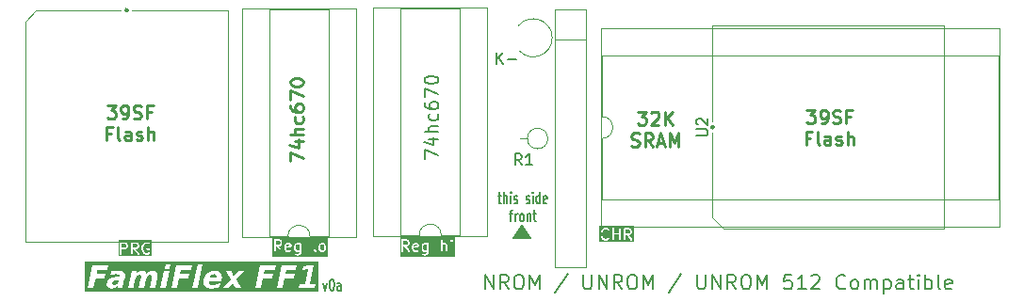
<source format=gbr>
%TF.GenerationSoftware,KiCad,Pcbnew,7.0.6*%
%TF.CreationDate,2023-08-28T12:52:06+01:00*%
%TF.ProjectId,FamiCartFlex,46616d69-4361-4727-9446-6c65782e6b69,rev?*%
%TF.SameCoordinates,Original*%
%TF.FileFunction,Legend,Top*%
%TF.FilePolarity,Positive*%
%FSLAX46Y46*%
G04 Gerber Fmt 4.6, Leading zero omitted, Abs format (unit mm)*
G04 Created by KiCad (PCBNEW 7.0.6) date 2023-08-28 12:52:06*
%MOMM*%
%LPD*%
G01*
G04 APERTURE LIST*
%ADD10C,0.150000*%
%ADD11C,0.240000*%
%ADD12C,0.400000*%
%ADD13C,0.200000*%
%ADD14C,0.175000*%
%ADD15C,0.120000*%
%ADD16C,0.300000*%
G04 APERTURE END LIST*
D10*
X75867846Y-78994000D02*
X74343846Y-78994000D01*
X75105846Y-77851000D01*
X75867846Y-78994000D01*
G36*
X75867846Y-78994000D02*
G01*
X74343846Y-78994000D01*
X75105846Y-77851000D01*
X75867846Y-78994000D01*
G37*
D11*
X54242662Y-72042856D02*
X54242662Y-71242856D01*
X54242662Y-71242856D02*
X55442662Y-71757142D01*
X54642662Y-70271428D02*
X55442662Y-70271428D01*
X54185520Y-70557142D02*
X55042662Y-70842856D01*
X55042662Y-70842856D02*
X55042662Y-70099999D01*
X55442662Y-69642856D02*
X54242662Y-69642856D01*
X55442662Y-69128571D02*
X54814091Y-69128571D01*
X54814091Y-69128571D02*
X54699805Y-69185713D01*
X54699805Y-69185713D02*
X54642662Y-69299999D01*
X54642662Y-69299999D02*
X54642662Y-69471428D01*
X54642662Y-69471428D02*
X54699805Y-69585713D01*
X54699805Y-69585713D02*
X54756948Y-69642856D01*
X55385520Y-68042857D02*
X55442662Y-68157142D01*
X55442662Y-68157142D02*
X55442662Y-68385714D01*
X55442662Y-68385714D02*
X55385520Y-68499999D01*
X55385520Y-68499999D02*
X55328377Y-68557142D01*
X55328377Y-68557142D02*
X55214091Y-68614285D01*
X55214091Y-68614285D02*
X54871234Y-68614285D01*
X54871234Y-68614285D02*
X54756948Y-68557142D01*
X54756948Y-68557142D02*
X54699805Y-68499999D01*
X54699805Y-68499999D02*
X54642662Y-68385714D01*
X54642662Y-68385714D02*
X54642662Y-68157142D01*
X54642662Y-68157142D02*
X54699805Y-68042857D01*
X54242662Y-67014286D02*
X54242662Y-67242857D01*
X54242662Y-67242857D02*
X54299805Y-67357143D01*
X54299805Y-67357143D02*
X54356948Y-67414286D01*
X54356948Y-67414286D02*
X54528377Y-67528571D01*
X54528377Y-67528571D02*
X54756948Y-67585714D01*
X54756948Y-67585714D02*
X55214091Y-67585714D01*
X55214091Y-67585714D02*
X55328377Y-67528571D01*
X55328377Y-67528571D02*
X55385520Y-67471428D01*
X55385520Y-67471428D02*
X55442662Y-67357143D01*
X55442662Y-67357143D02*
X55442662Y-67128571D01*
X55442662Y-67128571D02*
X55385520Y-67014286D01*
X55385520Y-67014286D02*
X55328377Y-66957143D01*
X55328377Y-66957143D02*
X55214091Y-66900000D01*
X55214091Y-66900000D02*
X54928377Y-66900000D01*
X54928377Y-66900000D02*
X54814091Y-66957143D01*
X54814091Y-66957143D02*
X54756948Y-67014286D01*
X54756948Y-67014286D02*
X54699805Y-67128571D01*
X54699805Y-67128571D02*
X54699805Y-67357143D01*
X54699805Y-67357143D02*
X54756948Y-67471428D01*
X54756948Y-67471428D02*
X54814091Y-67528571D01*
X54814091Y-67528571D02*
X54928377Y-67585714D01*
X54242662Y-66500000D02*
X54242662Y-65700000D01*
X54242662Y-65700000D02*
X55442662Y-66214286D01*
X54242662Y-65014286D02*
X54242662Y-64900000D01*
X54242662Y-64900000D02*
X54299805Y-64785714D01*
X54299805Y-64785714D02*
X54356948Y-64728572D01*
X54356948Y-64728572D02*
X54471234Y-64671429D01*
X54471234Y-64671429D02*
X54699805Y-64614286D01*
X54699805Y-64614286D02*
X54985520Y-64614286D01*
X54985520Y-64614286D02*
X55214091Y-64671429D01*
X55214091Y-64671429D02*
X55328377Y-64728572D01*
X55328377Y-64728572D02*
X55385520Y-64785714D01*
X55385520Y-64785714D02*
X55442662Y-64900000D01*
X55442662Y-64900000D02*
X55442662Y-65014286D01*
X55442662Y-65014286D02*
X55385520Y-65128572D01*
X55385520Y-65128572D02*
X55328377Y-65185714D01*
X55328377Y-65185714D02*
X55214091Y-65242857D01*
X55214091Y-65242857D02*
X54985520Y-65300000D01*
X54985520Y-65300000D02*
X54699805Y-65300000D01*
X54699805Y-65300000D02*
X54471234Y-65242857D01*
X54471234Y-65242857D02*
X54356948Y-65185714D01*
X54356948Y-65185714D02*
X54299805Y-65128572D01*
X54299805Y-65128572D02*
X54242662Y-65014286D01*
X100682857Y-67456662D02*
X101425714Y-67456662D01*
X101425714Y-67456662D02*
X101025714Y-67913805D01*
X101025714Y-67913805D02*
X101197143Y-67913805D01*
X101197143Y-67913805D02*
X101311429Y-67970948D01*
X101311429Y-67970948D02*
X101368571Y-68028091D01*
X101368571Y-68028091D02*
X101425714Y-68142377D01*
X101425714Y-68142377D02*
X101425714Y-68428091D01*
X101425714Y-68428091D02*
X101368571Y-68542377D01*
X101368571Y-68542377D02*
X101311429Y-68599520D01*
X101311429Y-68599520D02*
X101197143Y-68656662D01*
X101197143Y-68656662D02*
X100854286Y-68656662D01*
X100854286Y-68656662D02*
X100740000Y-68599520D01*
X100740000Y-68599520D02*
X100682857Y-68542377D01*
X101997143Y-68656662D02*
X102225714Y-68656662D01*
X102225714Y-68656662D02*
X102340000Y-68599520D01*
X102340000Y-68599520D02*
X102397143Y-68542377D01*
X102397143Y-68542377D02*
X102511428Y-68370948D01*
X102511428Y-68370948D02*
X102568571Y-68142377D01*
X102568571Y-68142377D02*
X102568571Y-67685234D01*
X102568571Y-67685234D02*
X102511428Y-67570948D01*
X102511428Y-67570948D02*
X102454286Y-67513805D01*
X102454286Y-67513805D02*
X102340000Y-67456662D01*
X102340000Y-67456662D02*
X102111428Y-67456662D01*
X102111428Y-67456662D02*
X101997143Y-67513805D01*
X101997143Y-67513805D02*
X101940000Y-67570948D01*
X101940000Y-67570948D02*
X101882857Y-67685234D01*
X101882857Y-67685234D02*
X101882857Y-67970948D01*
X101882857Y-67970948D02*
X101940000Y-68085234D01*
X101940000Y-68085234D02*
X101997143Y-68142377D01*
X101997143Y-68142377D02*
X102111428Y-68199520D01*
X102111428Y-68199520D02*
X102340000Y-68199520D01*
X102340000Y-68199520D02*
X102454286Y-68142377D01*
X102454286Y-68142377D02*
X102511428Y-68085234D01*
X102511428Y-68085234D02*
X102568571Y-67970948D01*
X103025714Y-68599520D02*
X103197143Y-68656662D01*
X103197143Y-68656662D02*
X103482857Y-68656662D01*
X103482857Y-68656662D02*
X103597143Y-68599520D01*
X103597143Y-68599520D02*
X103654285Y-68542377D01*
X103654285Y-68542377D02*
X103711428Y-68428091D01*
X103711428Y-68428091D02*
X103711428Y-68313805D01*
X103711428Y-68313805D02*
X103654285Y-68199520D01*
X103654285Y-68199520D02*
X103597143Y-68142377D01*
X103597143Y-68142377D02*
X103482857Y-68085234D01*
X103482857Y-68085234D02*
X103254285Y-68028091D01*
X103254285Y-68028091D02*
X103140000Y-67970948D01*
X103140000Y-67970948D02*
X103082857Y-67913805D01*
X103082857Y-67913805D02*
X103025714Y-67799520D01*
X103025714Y-67799520D02*
X103025714Y-67685234D01*
X103025714Y-67685234D02*
X103082857Y-67570948D01*
X103082857Y-67570948D02*
X103140000Y-67513805D01*
X103140000Y-67513805D02*
X103254285Y-67456662D01*
X103254285Y-67456662D02*
X103540000Y-67456662D01*
X103540000Y-67456662D02*
X103711428Y-67513805D01*
X104625714Y-68028091D02*
X104225714Y-68028091D01*
X104225714Y-68656662D02*
X104225714Y-67456662D01*
X104225714Y-67456662D02*
X104797142Y-67456662D01*
X101025715Y-69960091D02*
X100625715Y-69960091D01*
X100625715Y-70588662D02*
X100625715Y-69388662D01*
X100625715Y-69388662D02*
X101197143Y-69388662D01*
X101825714Y-70588662D02*
X101711429Y-70531520D01*
X101711429Y-70531520D02*
X101654286Y-70417234D01*
X101654286Y-70417234D02*
X101654286Y-69388662D01*
X102797143Y-70588662D02*
X102797143Y-69960091D01*
X102797143Y-69960091D02*
X102740000Y-69845805D01*
X102740000Y-69845805D02*
X102625714Y-69788662D01*
X102625714Y-69788662D02*
X102397143Y-69788662D01*
X102397143Y-69788662D02*
X102282857Y-69845805D01*
X102797143Y-70531520D02*
X102682857Y-70588662D01*
X102682857Y-70588662D02*
X102397143Y-70588662D01*
X102397143Y-70588662D02*
X102282857Y-70531520D01*
X102282857Y-70531520D02*
X102225714Y-70417234D01*
X102225714Y-70417234D02*
X102225714Y-70302948D01*
X102225714Y-70302948D02*
X102282857Y-70188662D01*
X102282857Y-70188662D02*
X102397143Y-70131520D01*
X102397143Y-70131520D02*
X102682857Y-70131520D01*
X102682857Y-70131520D02*
X102797143Y-70074377D01*
X103311428Y-70531520D02*
X103425714Y-70588662D01*
X103425714Y-70588662D02*
X103654285Y-70588662D01*
X103654285Y-70588662D02*
X103768571Y-70531520D01*
X103768571Y-70531520D02*
X103825714Y-70417234D01*
X103825714Y-70417234D02*
X103825714Y-70360091D01*
X103825714Y-70360091D02*
X103768571Y-70245805D01*
X103768571Y-70245805D02*
X103654285Y-70188662D01*
X103654285Y-70188662D02*
X103482857Y-70188662D01*
X103482857Y-70188662D02*
X103368571Y-70131520D01*
X103368571Y-70131520D02*
X103311428Y-70017234D01*
X103311428Y-70017234D02*
X103311428Y-69960091D01*
X103311428Y-69960091D02*
X103368571Y-69845805D01*
X103368571Y-69845805D02*
X103482857Y-69788662D01*
X103482857Y-69788662D02*
X103654285Y-69788662D01*
X103654285Y-69788662D02*
X103768571Y-69845805D01*
X104340000Y-70588662D02*
X104340000Y-69388662D01*
X104854286Y-70588662D02*
X104854286Y-69960091D01*
X104854286Y-69960091D02*
X104797143Y-69845805D01*
X104797143Y-69845805D02*
X104682857Y-69788662D01*
X104682857Y-69788662D02*
X104511428Y-69788662D01*
X104511428Y-69788662D02*
X104397143Y-69845805D01*
X104397143Y-69845805D02*
X104340000Y-69902948D01*
X37822857Y-67036662D02*
X38565714Y-67036662D01*
X38565714Y-67036662D02*
X38165714Y-67493805D01*
X38165714Y-67493805D02*
X38337143Y-67493805D01*
X38337143Y-67493805D02*
X38451429Y-67550948D01*
X38451429Y-67550948D02*
X38508571Y-67608091D01*
X38508571Y-67608091D02*
X38565714Y-67722377D01*
X38565714Y-67722377D02*
X38565714Y-68008091D01*
X38565714Y-68008091D02*
X38508571Y-68122377D01*
X38508571Y-68122377D02*
X38451429Y-68179520D01*
X38451429Y-68179520D02*
X38337143Y-68236662D01*
X38337143Y-68236662D02*
X37994286Y-68236662D01*
X37994286Y-68236662D02*
X37880000Y-68179520D01*
X37880000Y-68179520D02*
X37822857Y-68122377D01*
X39137143Y-68236662D02*
X39365714Y-68236662D01*
X39365714Y-68236662D02*
X39480000Y-68179520D01*
X39480000Y-68179520D02*
X39537143Y-68122377D01*
X39537143Y-68122377D02*
X39651428Y-67950948D01*
X39651428Y-67950948D02*
X39708571Y-67722377D01*
X39708571Y-67722377D02*
X39708571Y-67265234D01*
X39708571Y-67265234D02*
X39651428Y-67150948D01*
X39651428Y-67150948D02*
X39594286Y-67093805D01*
X39594286Y-67093805D02*
X39480000Y-67036662D01*
X39480000Y-67036662D02*
X39251428Y-67036662D01*
X39251428Y-67036662D02*
X39137143Y-67093805D01*
X39137143Y-67093805D02*
X39080000Y-67150948D01*
X39080000Y-67150948D02*
X39022857Y-67265234D01*
X39022857Y-67265234D02*
X39022857Y-67550948D01*
X39022857Y-67550948D02*
X39080000Y-67665234D01*
X39080000Y-67665234D02*
X39137143Y-67722377D01*
X39137143Y-67722377D02*
X39251428Y-67779520D01*
X39251428Y-67779520D02*
X39480000Y-67779520D01*
X39480000Y-67779520D02*
X39594286Y-67722377D01*
X39594286Y-67722377D02*
X39651428Y-67665234D01*
X39651428Y-67665234D02*
X39708571Y-67550948D01*
X40165714Y-68179520D02*
X40337143Y-68236662D01*
X40337143Y-68236662D02*
X40622857Y-68236662D01*
X40622857Y-68236662D02*
X40737143Y-68179520D01*
X40737143Y-68179520D02*
X40794285Y-68122377D01*
X40794285Y-68122377D02*
X40851428Y-68008091D01*
X40851428Y-68008091D02*
X40851428Y-67893805D01*
X40851428Y-67893805D02*
X40794285Y-67779520D01*
X40794285Y-67779520D02*
X40737143Y-67722377D01*
X40737143Y-67722377D02*
X40622857Y-67665234D01*
X40622857Y-67665234D02*
X40394285Y-67608091D01*
X40394285Y-67608091D02*
X40280000Y-67550948D01*
X40280000Y-67550948D02*
X40222857Y-67493805D01*
X40222857Y-67493805D02*
X40165714Y-67379520D01*
X40165714Y-67379520D02*
X40165714Y-67265234D01*
X40165714Y-67265234D02*
X40222857Y-67150948D01*
X40222857Y-67150948D02*
X40280000Y-67093805D01*
X40280000Y-67093805D02*
X40394285Y-67036662D01*
X40394285Y-67036662D02*
X40680000Y-67036662D01*
X40680000Y-67036662D02*
X40851428Y-67093805D01*
X41765714Y-67608091D02*
X41365714Y-67608091D01*
X41365714Y-68236662D02*
X41365714Y-67036662D01*
X41365714Y-67036662D02*
X41937142Y-67036662D01*
X38165715Y-69540091D02*
X37765715Y-69540091D01*
X37765715Y-70168662D02*
X37765715Y-68968662D01*
X37765715Y-68968662D02*
X38337143Y-68968662D01*
X38965714Y-70168662D02*
X38851429Y-70111520D01*
X38851429Y-70111520D02*
X38794286Y-69997234D01*
X38794286Y-69997234D02*
X38794286Y-68968662D01*
X39937143Y-70168662D02*
X39937143Y-69540091D01*
X39937143Y-69540091D02*
X39880000Y-69425805D01*
X39880000Y-69425805D02*
X39765714Y-69368662D01*
X39765714Y-69368662D02*
X39537143Y-69368662D01*
X39537143Y-69368662D02*
X39422857Y-69425805D01*
X39937143Y-70111520D02*
X39822857Y-70168662D01*
X39822857Y-70168662D02*
X39537143Y-70168662D01*
X39537143Y-70168662D02*
X39422857Y-70111520D01*
X39422857Y-70111520D02*
X39365714Y-69997234D01*
X39365714Y-69997234D02*
X39365714Y-69882948D01*
X39365714Y-69882948D02*
X39422857Y-69768662D01*
X39422857Y-69768662D02*
X39537143Y-69711520D01*
X39537143Y-69711520D02*
X39822857Y-69711520D01*
X39822857Y-69711520D02*
X39937143Y-69654377D01*
X40451428Y-70111520D02*
X40565714Y-70168662D01*
X40565714Y-70168662D02*
X40794285Y-70168662D01*
X40794285Y-70168662D02*
X40908571Y-70111520D01*
X40908571Y-70111520D02*
X40965714Y-69997234D01*
X40965714Y-69997234D02*
X40965714Y-69940091D01*
X40965714Y-69940091D02*
X40908571Y-69825805D01*
X40908571Y-69825805D02*
X40794285Y-69768662D01*
X40794285Y-69768662D02*
X40622857Y-69768662D01*
X40622857Y-69768662D02*
X40508571Y-69711520D01*
X40508571Y-69711520D02*
X40451428Y-69597234D01*
X40451428Y-69597234D02*
X40451428Y-69540091D01*
X40451428Y-69540091D02*
X40508571Y-69425805D01*
X40508571Y-69425805D02*
X40622857Y-69368662D01*
X40622857Y-69368662D02*
X40794285Y-69368662D01*
X40794285Y-69368662D02*
X40908571Y-69425805D01*
X41480000Y-70168662D02*
X41480000Y-68968662D01*
X41994286Y-70168662D02*
X41994286Y-69540091D01*
X41994286Y-69540091D02*
X41937143Y-69425805D01*
X41937143Y-69425805D02*
X41822857Y-69368662D01*
X41822857Y-69368662D02*
X41651428Y-69368662D01*
X41651428Y-69368662D02*
X41537143Y-69425805D01*
X41537143Y-69425805D02*
X41480000Y-69482948D01*
D10*
G36*
X84759667Y-78227077D02*
G01*
X84790075Y-78257484D01*
X84824333Y-78326000D01*
X84824333Y-78433446D01*
X84790074Y-78501963D01*
X84759668Y-78532369D01*
X84691152Y-78566628D01*
X84402905Y-78566628D01*
X84402905Y-78192819D01*
X84691152Y-78192819D01*
X84759667Y-78227077D01*
G37*
G36*
X85117190Y-79335676D02*
G01*
X82014810Y-79335676D01*
X82014810Y-78689247D01*
X82157667Y-78689247D01*
X82158852Y-78692504D01*
X82159906Y-78707437D01*
X82207525Y-78897913D01*
X82209513Y-78900857D01*
X82213204Y-78913264D01*
X82260823Y-79008502D01*
X82262009Y-79009625D01*
X82274872Y-79027994D01*
X82370110Y-79123233D01*
X82374174Y-79125128D01*
X82376521Y-79128948D01*
X82399426Y-79141351D01*
X82542282Y-79188970D01*
X82543917Y-79188925D01*
X82566000Y-79192819D01*
X82661238Y-79192819D01*
X82662776Y-79192258D01*
X82684955Y-79188970D01*
X82827812Y-79141351D01*
X82831323Y-79138563D01*
X82835792Y-79138173D01*
X82857129Y-79123232D01*
X82862542Y-79117819D01*
X83205286Y-79117819D01*
X83222833Y-79166028D01*
X83267262Y-79191680D01*
X83317786Y-79182771D01*
X83350763Y-79143471D01*
X83355286Y-79117819D01*
X83355286Y-78669009D01*
X83776714Y-78669009D01*
X83776714Y-79117819D01*
X83794261Y-79166028D01*
X83838690Y-79191680D01*
X83889214Y-79182771D01*
X83922191Y-79143471D01*
X83926714Y-79117819D01*
X84252905Y-79117819D01*
X84270452Y-79166028D01*
X84314881Y-79191680D01*
X84365405Y-79182771D01*
X84398382Y-79143471D01*
X84402905Y-79117819D01*
X84402905Y-78716628D01*
X84526951Y-78716628D01*
X84837891Y-79160829D01*
X84879912Y-79190261D01*
X84931020Y-79185797D01*
X84967302Y-79149525D01*
X84971781Y-79098418D01*
X84960776Y-79074810D01*
X84709806Y-78716282D01*
X84713070Y-78715094D01*
X84717431Y-78716136D01*
X84742398Y-78708710D01*
X84837636Y-78661091D01*
X84838761Y-78659901D01*
X84857128Y-78647042D01*
X84904747Y-78599423D01*
X84905438Y-78597941D01*
X84918796Y-78579931D01*
X84966415Y-78484693D01*
X84966927Y-78480239D01*
X84969810Y-78476804D01*
X84974333Y-78451152D01*
X84974333Y-78308295D01*
X84972799Y-78304081D01*
X84973841Y-78299720D01*
X84966415Y-78274754D01*
X84918796Y-78179516D01*
X84917606Y-78178390D01*
X84904747Y-78160024D01*
X84857128Y-78112405D01*
X84855646Y-78111714D01*
X84837636Y-78098356D01*
X84742398Y-78050737D01*
X84737944Y-78050224D01*
X84734509Y-78047342D01*
X84708857Y-78042819D01*
X84327905Y-78042819D01*
X84309596Y-78049482D01*
X84290405Y-78052867D01*
X84286054Y-78058051D01*
X84279696Y-78060366D01*
X84269953Y-78077239D01*
X84257428Y-78092167D01*
X84255710Y-78101909D01*
X84254044Y-78104795D01*
X84254622Y-78108077D01*
X84252905Y-78117819D01*
X84252905Y-79117819D01*
X83926714Y-79117819D01*
X83926714Y-78117819D01*
X83909167Y-78069610D01*
X83864738Y-78043958D01*
X83814214Y-78052867D01*
X83781237Y-78092167D01*
X83776714Y-78117819D01*
X83776714Y-78519009D01*
X83355286Y-78519009D01*
X83355286Y-78117819D01*
X83337739Y-78069610D01*
X83293310Y-78043958D01*
X83242786Y-78052867D01*
X83209809Y-78092167D01*
X83205286Y-78117819D01*
X83205286Y-79117819D01*
X82862542Y-79117819D01*
X82904747Y-79075613D01*
X82926428Y-79029116D01*
X82913150Y-78979561D01*
X82871125Y-78950135D01*
X82820017Y-78954607D01*
X82798680Y-78969548D01*
X82763581Y-79004647D01*
X82649068Y-79042819D01*
X82578170Y-79042819D01*
X82463657Y-79004648D01*
X82389544Y-78930534D01*
X82351050Y-78853547D01*
X82307667Y-78680013D01*
X82307667Y-78555623D01*
X82351050Y-78382089D01*
X82389543Y-78305103D01*
X82463657Y-78230989D01*
X82578170Y-78192819D01*
X82649068Y-78192819D01*
X82763581Y-78230990D01*
X82798681Y-78266090D01*
X82845177Y-78287771D01*
X82894732Y-78274494D01*
X82924158Y-78232468D01*
X82919687Y-78181361D01*
X82904747Y-78160024D01*
X82857128Y-78112405D01*
X82853064Y-78110510D01*
X82850717Y-78106689D01*
X82827812Y-78094287D01*
X82684955Y-78046668D01*
X82683320Y-78046712D01*
X82661238Y-78042819D01*
X82566000Y-78042819D01*
X82564462Y-78043378D01*
X82542282Y-78046668D01*
X82399426Y-78094287D01*
X82395915Y-78097073D01*
X82391447Y-78097464D01*
X82370110Y-78112405D01*
X82274872Y-78207643D01*
X82274181Y-78209124D01*
X82260823Y-78227135D01*
X82213204Y-78322373D01*
X82212797Y-78325901D01*
X82207525Y-78337724D01*
X82159906Y-78528200D01*
X82160266Y-78531648D01*
X82157667Y-78546390D01*
X82157667Y-78689247D01*
X82014810Y-78689247D01*
X82014810Y-77899962D01*
X85117190Y-77899962D01*
X85117190Y-79335676D01*
G37*
G36*
X39454258Y-79497077D02*
G01*
X39484665Y-79527484D01*
X39518923Y-79596000D01*
X39518923Y-79703447D01*
X39484664Y-79771963D01*
X39454258Y-79802370D01*
X39385742Y-79836628D01*
X39097495Y-79836628D01*
X39097495Y-79462819D01*
X39385742Y-79462819D01*
X39454258Y-79497077D01*
G37*
G36*
X40454258Y-79497077D02*
G01*
X40484665Y-79527484D01*
X40518923Y-79596000D01*
X40518923Y-79703447D01*
X40484664Y-79771963D01*
X40454258Y-79802370D01*
X40385742Y-79836628D01*
X40097495Y-79836628D01*
X40097495Y-79462819D01*
X40385742Y-79462819D01*
X40454258Y-79497077D01*
G37*
G36*
X41811780Y-80605676D02*
G01*
X38804638Y-80605676D01*
X38804638Y-80387819D01*
X38947495Y-80387819D01*
X38965042Y-80436028D01*
X39009471Y-80461680D01*
X39059995Y-80452771D01*
X39092972Y-80413471D01*
X39097495Y-80387819D01*
X39947495Y-80387819D01*
X39965042Y-80436028D01*
X40009471Y-80461680D01*
X40059995Y-80452771D01*
X40092972Y-80413471D01*
X40097495Y-80387819D01*
X40097495Y-79986628D01*
X40221541Y-79986628D01*
X40532481Y-80430829D01*
X40574502Y-80460261D01*
X40625610Y-80455797D01*
X40661892Y-80419525D01*
X40666371Y-80368418D01*
X40655366Y-80344810D01*
X40404396Y-79986282D01*
X40407660Y-79985094D01*
X40412021Y-79986136D01*
X40436988Y-79978710D01*
X40475914Y-79959247D01*
X40899876Y-79959247D01*
X40901061Y-79962504D01*
X40902115Y-79977437D01*
X40949734Y-80167913D01*
X40951722Y-80170857D01*
X40955413Y-80183264D01*
X41003032Y-80278502D01*
X41004218Y-80279625D01*
X41017081Y-80297994D01*
X41112319Y-80393233D01*
X41116383Y-80395128D01*
X41118730Y-80398948D01*
X41141635Y-80411351D01*
X41284491Y-80458970D01*
X41286126Y-80458925D01*
X41308209Y-80462819D01*
X41403447Y-80462819D01*
X41404985Y-80462258D01*
X41427164Y-80458970D01*
X41570021Y-80411351D01*
X41573532Y-80408563D01*
X41578001Y-80408173D01*
X41599338Y-80393232D01*
X41646956Y-80345613D01*
X41653874Y-80330775D01*
X41664400Y-80318232D01*
X41667243Y-80302104D01*
X41668637Y-80299116D01*
X41668114Y-80297165D01*
X41668923Y-80292580D01*
X41668923Y-79959247D01*
X41662259Y-79940938D01*
X41658875Y-79921747D01*
X41653690Y-79917396D01*
X41651376Y-79911038D01*
X41634502Y-79901295D01*
X41619575Y-79888770D01*
X41609832Y-79887052D01*
X41606947Y-79885386D01*
X41603664Y-79885964D01*
X41593923Y-79884247D01*
X41403447Y-79884247D01*
X41355238Y-79901794D01*
X41329586Y-79946223D01*
X41338495Y-79996747D01*
X41377795Y-80029724D01*
X41403447Y-80034247D01*
X41518923Y-80034247D01*
X41518923Y-80261514D01*
X41505790Y-80274647D01*
X41391277Y-80312819D01*
X41320379Y-80312819D01*
X41205866Y-80274648D01*
X41131753Y-80200534D01*
X41093259Y-80123546D01*
X41049876Y-79950013D01*
X41049876Y-79825623D01*
X41093259Y-79652089D01*
X41131752Y-79575103D01*
X41205865Y-79500990D01*
X41320379Y-79462819D01*
X41433361Y-79462819D01*
X41512763Y-79502520D01*
X41563729Y-79508385D01*
X41606542Y-79480119D01*
X41621169Y-79430944D01*
X41600766Y-79383873D01*
X41579845Y-79368356D01*
X41484607Y-79320737D01*
X41480153Y-79320224D01*
X41476718Y-79317342D01*
X41451066Y-79312819D01*
X41308209Y-79312819D01*
X41306671Y-79313378D01*
X41284491Y-79316668D01*
X41141635Y-79364287D01*
X41138124Y-79367073D01*
X41133656Y-79367464D01*
X41112319Y-79382405D01*
X41017081Y-79477643D01*
X41016390Y-79479124D01*
X41003032Y-79497135D01*
X40955413Y-79592373D01*
X40955006Y-79595901D01*
X40949734Y-79607724D01*
X40902115Y-79798200D01*
X40902475Y-79801648D01*
X40899876Y-79816390D01*
X40899876Y-79959247D01*
X40475914Y-79959247D01*
X40532226Y-79931091D01*
X40533351Y-79929901D01*
X40551718Y-79917042D01*
X40599337Y-79869423D01*
X40600028Y-79867941D01*
X40613386Y-79849931D01*
X40661005Y-79754693D01*
X40661517Y-79750239D01*
X40664400Y-79746804D01*
X40668923Y-79721152D01*
X40668923Y-79578295D01*
X40667389Y-79574081D01*
X40668431Y-79569720D01*
X40661005Y-79544754D01*
X40613386Y-79449516D01*
X40612196Y-79448390D01*
X40599337Y-79430024D01*
X40551718Y-79382405D01*
X40550236Y-79381714D01*
X40532226Y-79368356D01*
X40436988Y-79320737D01*
X40432534Y-79320224D01*
X40429099Y-79317342D01*
X40403447Y-79312819D01*
X40022495Y-79312819D01*
X40004186Y-79319482D01*
X39984995Y-79322867D01*
X39980644Y-79328051D01*
X39974286Y-79330366D01*
X39964543Y-79347239D01*
X39952018Y-79362167D01*
X39950300Y-79371909D01*
X39948634Y-79374795D01*
X39949212Y-79378077D01*
X39947495Y-79387819D01*
X39947495Y-80387819D01*
X39097495Y-80387819D01*
X39097495Y-79986628D01*
X39403447Y-79986628D01*
X39407660Y-79985094D01*
X39412021Y-79986136D01*
X39436988Y-79978710D01*
X39532226Y-79931091D01*
X39533351Y-79929901D01*
X39551718Y-79917042D01*
X39599337Y-79869423D01*
X39600028Y-79867941D01*
X39613386Y-79849931D01*
X39661005Y-79754693D01*
X39661517Y-79750239D01*
X39664400Y-79746804D01*
X39668923Y-79721152D01*
X39668923Y-79578295D01*
X39667389Y-79574081D01*
X39668431Y-79569720D01*
X39661005Y-79544754D01*
X39613386Y-79449516D01*
X39612196Y-79448390D01*
X39599337Y-79430024D01*
X39551718Y-79382405D01*
X39550236Y-79381714D01*
X39532226Y-79368356D01*
X39436988Y-79320737D01*
X39432534Y-79320224D01*
X39429099Y-79317342D01*
X39403447Y-79312819D01*
X39022495Y-79312819D01*
X39004186Y-79319482D01*
X38984995Y-79322867D01*
X38980644Y-79328051D01*
X38974286Y-79330366D01*
X38964543Y-79347239D01*
X38952018Y-79362167D01*
X38950300Y-79371909D01*
X38948634Y-79374795D01*
X38949212Y-79378077D01*
X38947495Y-79387819D01*
X38947495Y-80387819D01*
X38804638Y-80387819D01*
X38804638Y-79169962D01*
X41811780Y-79169962D01*
X41811780Y-80605676D01*
G37*
D12*
G36*
X38855311Y-82822009D02*
G01*
X38853126Y-82832062D01*
X38848279Y-82851849D01*
X38842799Y-82871213D01*
X38836685Y-82890154D01*
X38829938Y-82908670D01*
X38818629Y-82935651D01*
X38805895Y-82961678D01*
X38791736Y-82986753D01*
X38776151Y-83010874D01*
X38759141Y-83034043D01*
X38740705Y-83056258D01*
X38720844Y-83077520D01*
X38706812Y-83091165D01*
X38692380Y-83104178D01*
X38670426Y-83122125D01*
X38648102Y-83138182D01*
X38625409Y-83152350D01*
X38602346Y-83164629D01*
X38578915Y-83175018D01*
X38555114Y-83183519D01*
X38530944Y-83190131D01*
X38506405Y-83194854D01*
X38481496Y-83197687D01*
X38456219Y-83198632D01*
X38442833Y-83198408D01*
X38417447Y-83196622D01*
X38393908Y-83193050D01*
X38372216Y-83187692D01*
X38352372Y-83180548D01*
X38334374Y-83171618D01*
X38314474Y-83157944D01*
X38297461Y-83141479D01*
X38291568Y-83134165D01*
X38279242Y-83114394D01*
X38270350Y-83092501D01*
X38265709Y-83073457D01*
X38263267Y-83053055D01*
X38263023Y-83031295D01*
X38264976Y-83008176D01*
X38269129Y-82983698D01*
X38272250Y-82970169D01*
X38277877Y-82950663D01*
X38284638Y-82932102D01*
X38295415Y-82908822D01*
X38308207Y-82887222D01*
X38323015Y-82867301D01*
X38339837Y-82849059D01*
X38358674Y-82832496D01*
X38379526Y-82817613D01*
X38390763Y-82810751D01*
X38408542Y-82801289D01*
X38427428Y-82792822D01*
X38447423Y-82785352D01*
X38468524Y-82778878D01*
X38490734Y-82773399D01*
X38514051Y-82768917D01*
X38538476Y-82765431D01*
X38564008Y-82762941D01*
X38590648Y-82761447D01*
X38618396Y-82760949D01*
X38868012Y-82760949D01*
X38855311Y-82822009D01*
G37*
G36*
X47426997Y-82229812D02*
G01*
X47449805Y-82231575D01*
X47471436Y-82234849D01*
X47491891Y-82239635D01*
X47511169Y-82245932D01*
X47529271Y-82253740D01*
X47551578Y-82266502D01*
X47571792Y-82281950D01*
X47589916Y-82300085D01*
X47602136Y-82315450D01*
X47609534Y-82326410D01*
X47619293Y-82343652D01*
X47627446Y-82361856D01*
X47633993Y-82381021D01*
X47638935Y-82401148D01*
X47642271Y-82422237D01*
X47644001Y-82444288D01*
X47644126Y-82467300D01*
X47642644Y-82491274D01*
X47639557Y-82516210D01*
X47634865Y-82542107D01*
X47010092Y-82542107D01*
X47016946Y-82523455D01*
X47027971Y-82496514D01*
X47039889Y-82470819D01*
X47052701Y-82446368D01*
X47066405Y-82423163D01*
X47081002Y-82401202D01*
X47096493Y-82380487D01*
X47112876Y-82361017D01*
X47130152Y-82342791D01*
X47148322Y-82325811D01*
X47167384Y-82310076D01*
X47180529Y-82300316D01*
X47200769Y-82286856D01*
X47221636Y-82274814D01*
X47243130Y-82264188D01*
X47265251Y-82254979D01*
X47287998Y-82247186D01*
X47311373Y-82240811D01*
X47335374Y-82235852D01*
X47360002Y-82232310D01*
X47385257Y-82230185D01*
X47411138Y-82229476D01*
X47426997Y-82229812D01*
G37*
G36*
X56795875Y-83796977D02*
G01*
X35780833Y-83796977D01*
X35780833Y-83480000D01*
X36066547Y-83480000D01*
X36584341Y-83480000D01*
X36655449Y-83138376D01*
X37766547Y-83138376D01*
X37767736Y-83162774D01*
X37770196Y-83186523D01*
X37773926Y-83209623D01*
X37778927Y-83232074D01*
X37785200Y-83253876D01*
X37792742Y-83275030D01*
X37801556Y-83295535D01*
X37811641Y-83315391D01*
X37822996Y-83334599D01*
X37835622Y-83353157D01*
X37849519Y-83371067D01*
X37864573Y-83388044D01*
X37880546Y-83403925D01*
X37897439Y-83418712D01*
X37915251Y-83432403D01*
X37933984Y-83444998D01*
X37953636Y-83456499D01*
X37974207Y-83466904D01*
X37995699Y-83476214D01*
X38018110Y-83484428D01*
X38041441Y-83491548D01*
X38065691Y-83497572D01*
X38090862Y-83502500D01*
X38116952Y-83506334D01*
X38143962Y-83509072D01*
X38171891Y-83510715D01*
X38200741Y-83511263D01*
X38211511Y-83511197D01*
X38232829Y-83510674D01*
X38253849Y-83509629D01*
X38274572Y-83508060D01*
X38294996Y-83505969D01*
X38315124Y-83503355D01*
X38334953Y-83500218D01*
X38354485Y-83496558D01*
X38373719Y-83492375D01*
X38402012Y-83485121D01*
X38429635Y-83476690D01*
X38456589Y-83467083D01*
X38482873Y-83456300D01*
X38508487Y-83444340D01*
X38533780Y-83431001D01*
X38558919Y-83416262D01*
X38575592Y-83405658D01*
X38592197Y-83394432D01*
X38608733Y-83382585D01*
X38625200Y-83370115D01*
X38641599Y-83357023D01*
X38657929Y-83343309D01*
X38674190Y-83328973D01*
X38690383Y-83314015D01*
X38706506Y-83298435D01*
X38722562Y-83282233D01*
X38738548Y-83265409D01*
X38754466Y-83247963D01*
X38770315Y-83229895D01*
X38718535Y-83480000D01*
X39203602Y-83480000D01*
X39680852Y-83480000D01*
X40164453Y-83480000D01*
X40319792Y-82733593D01*
X40322593Y-82720409D01*
X40328520Y-82694614D01*
X40334878Y-82669587D01*
X40341667Y-82645327D01*
X40348887Y-82621834D01*
X40356539Y-82599108D01*
X40364622Y-82577149D01*
X40373136Y-82555957D01*
X40382082Y-82535532D01*
X40391458Y-82515874D01*
X40401266Y-82496984D01*
X40411505Y-82478860D01*
X40422176Y-82461503D01*
X40433277Y-82444914D01*
X40444810Y-82429092D01*
X40462918Y-82406796D01*
X40475525Y-82392896D01*
X40495001Y-82373726D01*
X40515155Y-82356574D01*
X40535988Y-82341440D01*
X40557499Y-82328324D01*
X40579688Y-82317226D01*
X40602556Y-82308145D01*
X40626102Y-82301083D01*
X40650327Y-82296038D01*
X40675229Y-82293011D01*
X40700810Y-82292002D01*
X40707600Y-82292073D01*
X40733153Y-82293779D01*
X40756143Y-82297760D01*
X40776568Y-82304015D01*
X40794428Y-82312544D01*
X40813147Y-82326404D01*
X40827859Y-82343819D01*
X40838563Y-82364787D01*
X40840225Y-82369481D01*
X40845309Y-82391768D01*
X40847478Y-82412170D01*
X40848240Y-82435732D01*
X40847593Y-82462453D01*
X40846379Y-82482023D01*
X40844540Y-82502998D01*
X40842074Y-82525376D01*
X40838983Y-82549159D01*
X40835266Y-82574347D01*
X40830923Y-82600939D01*
X40825954Y-82628935D01*
X40820360Y-82658336D01*
X40814139Y-82689141D01*
X40649519Y-83480000D01*
X41133120Y-83480000D01*
X41287970Y-82735059D01*
X41291011Y-82721694D01*
X41297388Y-82695560D01*
X41304158Y-82670220D01*
X41311322Y-82645674D01*
X41318878Y-82621921D01*
X41326827Y-82598962D01*
X41335170Y-82576797D01*
X41343905Y-82555426D01*
X41353034Y-82534848D01*
X41362555Y-82515065D01*
X41372470Y-82496075D01*
X41382778Y-82477879D01*
X41393479Y-82460476D01*
X41404573Y-82443868D01*
X41416060Y-82428053D01*
X41434027Y-82405819D01*
X41446453Y-82392037D01*
X41465664Y-82373030D01*
X41485563Y-82356024D01*
X41506148Y-82341019D01*
X41527420Y-82328015D01*
X41549379Y-82317011D01*
X41572025Y-82308008D01*
X41595357Y-82301005D01*
X41619377Y-82296004D01*
X41644084Y-82293003D01*
X41669478Y-82292002D01*
X41675940Y-82292073D01*
X41700368Y-82293779D01*
X41722522Y-82297760D01*
X41742401Y-82304015D01*
X41760005Y-82312544D01*
X41778812Y-82326404D01*
X41794066Y-82343819D01*
X41805765Y-82364787D01*
X41812795Y-82384250D01*
X41817763Y-82406491D01*
X41820671Y-82431511D01*
X41821500Y-82452099D01*
X41821169Y-82474249D01*
X41819680Y-82497963D01*
X41817031Y-82523239D01*
X41813223Y-82550078D01*
X41808255Y-82578480D01*
X41804300Y-82598283D01*
X41801234Y-82612899D01*
X41796984Y-82632750D01*
X41792576Y-82652505D01*
X41788347Y-82670043D01*
X41783295Y-82689141D01*
X41618675Y-83480000D01*
X42102276Y-83480000D01*
X42600531Y-83480000D01*
X43081690Y-83480000D01*
X43581411Y-83480000D01*
X44099205Y-83480000D01*
X45472827Y-83480000D01*
X45953986Y-83480000D01*
X46067547Y-82933901D01*
X46455475Y-82933901D01*
X46455919Y-82954075D01*
X46456874Y-82973921D01*
X46460314Y-83012624D01*
X46465796Y-83050010D01*
X46473320Y-83086080D01*
X46482886Y-83120833D01*
X46494493Y-83154269D01*
X46508142Y-83186389D01*
X46523833Y-83217192D01*
X46541565Y-83246679D01*
X46561339Y-83274849D01*
X46583155Y-83301702D01*
X46606931Y-83327079D01*
X46632462Y-83350818D01*
X46659748Y-83372920D01*
X46688790Y-83393385D01*
X46719588Y-83412213D01*
X46752141Y-83429403D01*
X46786449Y-83444956D01*
X46822513Y-83458872D01*
X46841203Y-83465217D01*
X46860333Y-83471151D01*
X46879901Y-83476677D01*
X46899908Y-83481793D01*
X46920353Y-83486500D01*
X46941238Y-83490798D01*
X46962562Y-83494686D01*
X46984324Y-83498165D01*
X47006525Y-83501235D01*
X47029165Y-83503895D01*
X47052244Y-83506146D01*
X47075762Y-83507988D01*
X47099719Y-83509421D01*
X47124115Y-83510444D01*
X47148949Y-83511058D01*
X47174223Y-83511263D01*
X47195619Y-83511140D01*
X47217065Y-83510774D01*
X47238560Y-83510163D01*
X47260105Y-83509309D01*
X47281699Y-83508210D01*
X47303343Y-83506866D01*
X47325037Y-83505279D01*
X47346780Y-83503447D01*
X47368573Y-83501371D01*
X47390416Y-83499050D01*
X47412308Y-83496486D01*
X47434250Y-83493677D01*
X47456241Y-83490624D01*
X47478282Y-83487327D01*
X47500373Y-83483785D01*
X47522513Y-83480000D01*
X48141913Y-83480000D01*
X48651404Y-83480000D01*
X49086156Y-82995910D01*
X49324537Y-83480000D01*
X49834027Y-83480000D01*
X51133399Y-83480000D01*
X51651194Y-83480000D01*
X53046309Y-83480000D01*
X53564104Y-83480000D01*
X55029073Y-83480000D01*
X56432004Y-83480000D01*
X56510161Y-83104842D01*
X56053427Y-83104842D01*
X56404160Y-81416636D01*
X55912255Y-81416636D01*
X55426700Y-81510425D01*
X55349031Y-81885582D01*
X55837028Y-81791793D01*
X55563965Y-83104842D01*
X55107230Y-83104842D01*
X55029073Y-83480000D01*
X53564104Y-83480000D01*
X53746309Y-82604633D01*
X54572339Y-82604633D01*
X54656847Y-82198213D01*
X53830817Y-82198213D01*
X53908487Y-81823056D01*
X54787272Y-81823056D01*
X54871780Y-81416636D01*
X53475200Y-81416636D01*
X53046309Y-83480000D01*
X51651194Y-83480000D01*
X51833399Y-82604633D01*
X52659429Y-82604633D01*
X52743937Y-82198213D01*
X51917907Y-82198213D01*
X51995577Y-81823056D01*
X52874362Y-81823056D01*
X52958870Y-81416636D01*
X51562290Y-81416636D01*
X51133399Y-83480000D01*
X49834027Y-83480000D01*
X49428096Y-82693538D01*
X50125653Y-81948108D01*
X49616163Y-81948108D01*
X49209743Y-82402400D01*
X48996763Y-81948108D01*
X48487272Y-81948108D01*
X48874642Y-82696468D01*
X48141913Y-83480000D01*
X47522513Y-83480000D01*
X47544701Y-83475912D01*
X47566935Y-83471588D01*
X47589214Y-83467028D01*
X47611540Y-83462231D01*
X47633911Y-83457197D01*
X47656328Y-83451927D01*
X47678790Y-83446420D01*
X47701299Y-83440676D01*
X47723853Y-83434696D01*
X47746453Y-83428480D01*
X47769099Y-83422026D01*
X47791791Y-83415336D01*
X47814528Y-83408410D01*
X47837312Y-83401246D01*
X47860141Y-83393847D01*
X47883016Y-83386210D01*
X47961173Y-83011053D01*
X47937739Y-83022653D01*
X47914454Y-83033882D01*
X47891318Y-83044742D01*
X47868330Y-83055231D01*
X47845492Y-83065350D01*
X47822802Y-83075098D01*
X47800261Y-83084477D01*
X47777869Y-83093485D01*
X47755626Y-83102123D01*
X47733531Y-83110391D01*
X47711586Y-83118289D01*
X47689789Y-83125817D01*
X47668141Y-83132974D01*
X47646642Y-83139762D01*
X47625292Y-83146179D01*
X47604090Y-83152226D01*
X47593573Y-83155081D01*
X47572637Y-83160519D01*
X47551831Y-83165595D01*
X47531154Y-83170308D01*
X47510607Y-83174658D01*
X47490190Y-83178646D01*
X47469903Y-83182272D01*
X47449745Y-83185535D01*
X47429717Y-83188435D01*
X47409819Y-83190973D01*
X47390050Y-83193148D01*
X47370412Y-83194961D01*
X47341197Y-83197000D01*
X47312274Y-83198224D01*
X47283644Y-83198632D01*
X47271988Y-83198548D01*
X47249270Y-83197876D01*
X47227341Y-83196533D01*
X47206203Y-83194518D01*
X47185854Y-83191831D01*
X47166296Y-83188473D01*
X47138439Y-83182176D01*
X47112360Y-83174368D01*
X47088059Y-83165048D01*
X47065534Y-83154218D01*
X47044787Y-83141876D01*
X47025818Y-83128023D01*
X47008626Y-83112658D01*
X46998168Y-83101576D01*
X46984018Y-83083693D01*
X46971715Y-83064298D01*
X46961258Y-83043393D01*
X46952647Y-83020976D01*
X46945882Y-82997047D01*
X46940963Y-82971608D01*
X46937891Y-82944657D01*
X46936664Y-82916195D01*
X46936872Y-82896381D01*
X46937901Y-82875895D01*
X46939750Y-82854738D01*
X48064732Y-82854738D01*
X48094530Y-82710635D01*
X48098994Y-82688184D01*
X48102983Y-82666018D01*
X48106497Y-82644137D01*
X48109536Y-82622539D01*
X48112099Y-82601226D01*
X48114188Y-82580197D01*
X48115801Y-82559453D01*
X48116939Y-82538993D01*
X48117602Y-82518817D01*
X48117790Y-82498926D01*
X48116741Y-82459996D01*
X48113791Y-82422203D01*
X48108940Y-82385547D01*
X48102189Y-82350029D01*
X48093538Y-82315648D01*
X48082986Y-82282404D01*
X48070533Y-82250298D01*
X48056180Y-82219329D01*
X48039926Y-82189497D01*
X48021772Y-82160802D01*
X48001718Y-82133244D01*
X47979982Y-82107040D01*
X47956785Y-82082526D01*
X47932126Y-82059703D01*
X47906005Y-82038570D01*
X47878423Y-82019128D01*
X47849379Y-82001376D01*
X47818873Y-81985315D01*
X47786906Y-81970945D01*
X47753477Y-81958265D01*
X47718587Y-81947276D01*
X47682235Y-81937978D01*
X47644421Y-81930370D01*
X47624966Y-81927200D01*
X47605145Y-81924453D01*
X47584960Y-81922128D01*
X47564408Y-81920227D01*
X47543492Y-81918747D01*
X47522210Y-81917691D01*
X47500562Y-81917057D01*
X47478549Y-81916845D01*
X47454336Y-81917053D01*
X47430363Y-81917677D01*
X47406629Y-81918717D01*
X47383134Y-81920173D01*
X47359879Y-81922045D01*
X47336864Y-81924333D01*
X47314088Y-81927037D01*
X47291551Y-81930157D01*
X47269254Y-81933692D01*
X47247196Y-81937644D01*
X47225378Y-81942012D01*
X47203799Y-81946796D01*
X47182460Y-81951995D01*
X47161360Y-81957611D01*
X47140500Y-81963643D01*
X47119879Y-81970090D01*
X47099497Y-81976954D01*
X47079355Y-81984233D01*
X47059453Y-81991929D01*
X47039790Y-82000040D01*
X47020367Y-82008568D01*
X47001182Y-82017511D01*
X46982238Y-82026871D01*
X46963533Y-82036646D01*
X46945067Y-82046838D01*
X46926841Y-82057445D01*
X46908854Y-82068469D01*
X46891107Y-82079908D01*
X46873599Y-82091763D01*
X46856331Y-82104035D01*
X46839302Y-82116722D01*
X46822513Y-82129825D01*
X46806059Y-82143291D01*
X46789973Y-82157066D01*
X46774257Y-82171150D01*
X46758911Y-82185543D01*
X46743933Y-82200245D01*
X46729325Y-82215257D01*
X46715086Y-82230577D01*
X46701216Y-82246207D01*
X46687715Y-82262146D01*
X46674584Y-82278393D01*
X46661822Y-82294950D01*
X46649429Y-82311816D01*
X46637405Y-82328992D01*
X46625751Y-82346476D01*
X46614465Y-82364270D01*
X46603549Y-82382372D01*
X46593003Y-82400784D01*
X46582825Y-82419505D01*
X46573017Y-82438535D01*
X46563578Y-82457874D01*
X46554508Y-82477522D01*
X46545807Y-82497479D01*
X46537476Y-82517746D01*
X46529513Y-82538321D01*
X46528137Y-82542107D01*
X46521920Y-82559206D01*
X46514697Y-82580400D01*
X46507842Y-82601903D01*
X46501357Y-82623715D01*
X46495241Y-82645836D01*
X46489494Y-82668266D01*
X46484116Y-82691005D01*
X46479108Y-82714054D01*
X46474447Y-82737520D01*
X46470298Y-82760657D01*
X46466658Y-82783464D01*
X46463530Y-82805943D01*
X46460911Y-82828092D01*
X46458803Y-82849912D01*
X46457205Y-82871403D01*
X46456118Y-82892565D01*
X46455542Y-82913398D01*
X46455475Y-82933901D01*
X46067547Y-82933901D01*
X46396065Y-81354110D01*
X45914907Y-81354110D01*
X45472827Y-83480000D01*
X44099205Y-83480000D01*
X44281411Y-82604633D01*
X45107440Y-82604633D01*
X45191948Y-82198213D01*
X44365919Y-82198213D01*
X44443588Y-81823056D01*
X45322374Y-81823056D01*
X45406882Y-81416636D01*
X44010301Y-81416636D01*
X43581411Y-83480000D01*
X43081690Y-83480000D01*
X43400182Y-81948108D01*
X42919024Y-81948108D01*
X42600531Y-83480000D01*
X42102276Y-83480000D01*
X42294251Y-82556273D01*
X42301719Y-82517835D01*
X42307883Y-82480558D01*
X42312741Y-82444440D01*
X42316294Y-82409483D01*
X42318541Y-82375686D01*
X42319484Y-82343049D01*
X42319122Y-82311572D01*
X42317454Y-82281256D01*
X42314481Y-82252099D01*
X42310203Y-82224103D01*
X42304620Y-82197267D01*
X42297731Y-82171591D01*
X42289538Y-82147075D01*
X42280039Y-82123719D01*
X42269235Y-82101523D01*
X42257126Y-82080488D01*
X42243809Y-82060672D01*
X42229259Y-82042134D01*
X42213477Y-82024875D01*
X42196462Y-82008894D01*
X42178214Y-81994192D01*
X42158734Y-81980768D01*
X42138021Y-81968623D01*
X42116076Y-81957756D01*
X42092897Y-81948168D01*
X42068486Y-81939858D01*
X42042843Y-81932826D01*
X42015967Y-81927073D01*
X41987858Y-81922598D01*
X41958516Y-81919402D01*
X41927942Y-81917485D01*
X41896135Y-81916845D01*
X41886741Y-81916916D01*
X41858667Y-81917983D01*
X41830756Y-81920328D01*
X41803008Y-81923953D01*
X41775423Y-81928858D01*
X41748002Y-81935041D01*
X41720743Y-81942505D01*
X41693648Y-81951247D01*
X41666716Y-81961269D01*
X41639947Y-81972571D01*
X41622192Y-81980816D01*
X41604509Y-81989630D01*
X41587005Y-81998987D01*
X41569666Y-82008864D01*
X41552491Y-82019259D01*
X41535480Y-82030174D01*
X41518633Y-82041608D01*
X41501950Y-82053560D01*
X41485431Y-82066032D01*
X41469076Y-82079023D01*
X41452886Y-82092532D01*
X41436859Y-82106561D01*
X41420997Y-82121109D01*
X41405298Y-82136175D01*
X41389764Y-82151761D01*
X41374394Y-82167866D01*
X41359188Y-82184490D01*
X41344146Y-82201632D01*
X41339599Y-82185014D01*
X41331755Y-82160967D01*
X41322683Y-82137977D01*
X41312384Y-82116042D01*
X41300856Y-82095164D01*
X41288100Y-82075341D01*
X41274117Y-82056575D01*
X41258906Y-82038865D01*
X41242467Y-82022211D01*
X41224800Y-82006614D01*
X41205905Y-81992072D01*
X41192696Y-81982963D01*
X41172126Y-81970400D01*
X41150645Y-81959160D01*
X41128253Y-81949243D01*
X41104952Y-81940648D01*
X41080741Y-81933375D01*
X41055619Y-81927424D01*
X41029587Y-81922796D01*
X41002645Y-81919490D01*
X40974793Y-81917506D01*
X40946030Y-81916845D01*
X40928790Y-81917091D01*
X40903080Y-81918384D01*
X40877551Y-81920784D01*
X40852201Y-81924291D01*
X40827032Y-81928907D01*
X40802044Y-81934630D01*
X40777235Y-81941460D01*
X40752608Y-81949399D01*
X40728160Y-81958445D01*
X40703893Y-81968599D01*
X40679806Y-81979860D01*
X40663918Y-81987918D01*
X40640273Y-82000914D01*
X40616852Y-82015000D01*
X40593654Y-82030177D01*
X40570679Y-82046445D01*
X40547927Y-82063803D01*
X40525398Y-82082251D01*
X40510503Y-82095156D01*
X40495707Y-82108545D01*
X40481011Y-82122420D01*
X40466414Y-82136778D01*
X40451915Y-82151622D01*
X40437517Y-82166950D01*
X40482946Y-81948108D01*
X39999345Y-81948108D01*
X39680852Y-83480000D01*
X39203602Y-83480000D01*
X39390203Y-82582651D01*
X39394566Y-82560800D01*
X39398496Y-82539333D01*
X39401993Y-82518248D01*
X39405056Y-82497548D01*
X39407687Y-82477231D01*
X39409884Y-82457297D01*
X39412979Y-82418581D01*
X39414341Y-82381399D01*
X39413971Y-82345751D01*
X39411868Y-82311637D01*
X39408033Y-82279057D01*
X39402465Y-82248012D01*
X39395164Y-82218500D01*
X39386131Y-82190523D01*
X39375366Y-82164080D01*
X39362867Y-82139171D01*
X39348636Y-82115796D01*
X39332673Y-82093956D01*
X39314976Y-82073649D01*
X39295405Y-82054661D01*
X39273814Y-82036898D01*
X39250204Y-82020360D01*
X39224576Y-82005047D01*
X39196929Y-81990960D01*
X39167263Y-81978097D01*
X39135578Y-81966459D01*
X39101875Y-81956046D01*
X39066152Y-81946859D01*
X39028411Y-81938896D01*
X39008783Y-81935374D01*
X38988651Y-81932158D01*
X38968014Y-81929249D01*
X38946872Y-81926646D01*
X38925225Y-81924349D01*
X38903074Y-81922358D01*
X38880418Y-81920673D01*
X38857258Y-81919295D01*
X38833592Y-81918223D01*
X38809422Y-81917458D01*
X38784748Y-81916998D01*
X38759568Y-81916845D01*
X38749826Y-81916861D01*
X38720558Y-81917097D01*
X38701013Y-81917412D01*
X38681441Y-81917853D01*
X38661842Y-81918419D01*
X38642217Y-81919112D01*
X38622565Y-81919931D01*
X38602886Y-81920875D01*
X38583181Y-81921946D01*
X38563449Y-81923142D01*
X38543690Y-81924465D01*
X38523904Y-81925913D01*
X38504092Y-81927487D01*
X38484253Y-81929187D01*
X38464387Y-81931013D01*
X38444495Y-81932965D01*
X38424643Y-81934978D01*
X38404775Y-81937110D01*
X38384892Y-81939360D01*
X38364994Y-81941728D01*
X38345080Y-81944214D01*
X38325152Y-81946818D01*
X38305208Y-81949541D01*
X38285249Y-81952383D01*
X38265274Y-81955342D01*
X38245284Y-81958420D01*
X38225279Y-81961616D01*
X38205259Y-81964931D01*
X38185224Y-81968363D01*
X38165173Y-81971914D01*
X38145107Y-81975584D01*
X38125025Y-81979371D01*
X38046868Y-82354528D01*
X38062791Y-82346835D01*
X38086855Y-82335752D01*
X38111134Y-82325219D01*
X38135627Y-82315236D01*
X38160336Y-82305802D01*
X38185258Y-82296918D01*
X38210396Y-82288583D01*
X38235748Y-82280798D01*
X38261315Y-82273562D01*
X38287096Y-82266876D01*
X38313092Y-82260739D01*
X38330615Y-82256953D01*
X38357120Y-82251733D01*
X38383892Y-82247062D01*
X38410930Y-82242940D01*
X38438234Y-82239368D01*
X38465805Y-82236345D01*
X38493641Y-82233872D01*
X38521744Y-82231949D01*
X38550113Y-82230575D01*
X38578748Y-82229751D01*
X38607649Y-82229476D01*
X38631028Y-82229678D01*
X38653536Y-82230285D01*
X38675175Y-82231296D01*
X38695943Y-82232712D01*
X38715841Y-82234533D01*
X38744057Y-82238022D01*
X38770315Y-82242421D01*
X38794615Y-82247730D01*
X38816958Y-82253950D01*
X38837342Y-82261080D01*
X38855769Y-82269120D01*
X38877293Y-82281256D01*
X38882170Y-82284550D01*
X38899671Y-82298892D01*
X38913967Y-82315096D01*
X38925057Y-82333162D01*
X38932942Y-82353091D01*
X38937620Y-82374882D01*
X38939093Y-82398535D01*
X38937361Y-82424051D01*
X38933958Y-82444410D01*
X38926630Y-82479581D01*
X38642820Y-82479581D01*
X38618664Y-82479705D01*
X38594861Y-82480079D01*
X38571411Y-82480701D01*
X38548313Y-82481573D01*
X38525569Y-82482693D01*
X38503178Y-82484063D01*
X38481140Y-82485682D01*
X38459455Y-82487549D01*
X38438123Y-82489666D01*
X38417144Y-82492031D01*
X38396517Y-82494646D01*
X38376244Y-82497510D01*
X38356324Y-82500622D01*
X38336757Y-82503984D01*
X38298682Y-82511454D01*
X38262019Y-82519921D01*
X38226768Y-82529383D01*
X38192929Y-82539842D01*
X38160502Y-82551297D01*
X38129487Y-82563747D01*
X38099884Y-82577194D01*
X38071693Y-82591637D01*
X38044914Y-82607076D01*
X38019434Y-82623520D01*
X37995142Y-82641102D01*
X37972036Y-82659821D01*
X37950117Y-82679677D01*
X37929385Y-82700670D01*
X37909840Y-82722801D01*
X37891481Y-82746069D01*
X37874310Y-82770474D01*
X37858325Y-82796016D01*
X37843528Y-82822696D01*
X37829917Y-82850513D01*
X37817493Y-82879467D01*
X37806256Y-82909559D01*
X37796206Y-82940788D01*
X37787342Y-82973154D01*
X37779666Y-83006657D01*
X37775062Y-83031295D01*
X37774501Y-83034298D01*
X37770606Y-83061291D01*
X37767982Y-83087635D01*
X37766629Y-83113330D01*
X37766547Y-83138376D01*
X36655449Y-83138376D01*
X36766547Y-82604633D01*
X37592576Y-82604633D01*
X37677084Y-82198213D01*
X36851055Y-82198213D01*
X36928724Y-81823056D01*
X37807510Y-81823056D01*
X37820511Y-81760530D01*
X42958103Y-81760530D01*
X43439261Y-81760530D01*
X43523769Y-81354110D01*
X43042611Y-81354110D01*
X42958103Y-81760530D01*
X37820511Y-81760530D01*
X37892018Y-81416636D01*
X36495437Y-81416636D01*
X36066547Y-83480000D01*
X35780833Y-83480000D01*
X35780833Y-81068396D01*
X56795875Y-81068396D01*
X56795875Y-83796977D01*
G37*
D13*
X66323247Y-71832856D02*
X66323247Y-71032856D01*
X66323247Y-71032856D02*
X67563247Y-71547142D01*
X66736580Y-70061428D02*
X67563247Y-70061428D01*
X66264200Y-70347142D02*
X67149914Y-70632856D01*
X67149914Y-70632856D02*
X67149914Y-69889999D01*
X67563247Y-69432856D02*
X66323247Y-69432856D01*
X67563247Y-68918571D02*
X66913723Y-68918571D01*
X66913723Y-68918571D02*
X66795628Y-68975713D01*
X66795628Y-68975713D02*
X66736580Y-69089999D01*
X66736580Y-69089999D02*
X66736580Y-69261428D01*
X66736580Y-69261428D02*
X66795628Y-69375713D01*
X66795628Y-69375713D02*
X66854676Y-69432856D01*
X67504200Y-67832857D02*
X67563247Y-67947142D01*
X67563247Y-67947142D02*
X67563247Y-68175714D01*
X67563247Y-68175714D02*
X67504200Y-68289999D01*
X67504200Y-68289999D02*
X67445152Y-68347142D01*
X67445152Y-68347142D02*
X67327057Y-68404285D01*
X67327057Y-68404285D02*
X66972771Y-68404285D01*
X66972771Y-68404285D02*
X66854676Y-68347142D01*
X66854676Y-68347142D02*
X66795628Y-68289999D01*
X66795628Y-68289999D02*
X66736580Y-68175714D01*
X66736580Y-68175714D02*
X66736580Y-67947142D01*
X66736580Y-67947142D02*
X66795628Y-67832857D01*
X66323247Y-66804286D02*
X66323247Y-67032857D01*
X66323247Y-67032857D02*
X66382295Y-67147143D01*
X66382295Y-67147143D02*
X66441342Y-67204286D01*
X66441342Y-67204286D02*
X66618485Y-67318571D01*
X66618485Y-67318571D02*
X66854676Y-67375714D01*
X66854676Y-67375714D02*
X67327057Y-67375714D01*
X67327057Y-67375714D02*
X67445152Y-67318571D01*
X67445152Y-67318571D02*
X67504200Y-67261428D01*
X67504200Y-67261428D02*
X67563247Y-67147143D01*
X67563247Y-67147143D02*
X67563247Y-66918571D01*
X67563247Y-66918571D02*
X67504200Y-66804286D01*
X67504200Y-66804286D02*
X67445152Y-66747143D01*
X67445152Y-66747143D02*
X67327057Y-66690000D01*
X67327057Y-66690000D02*
X67031819Y-66690000D01*
X67031819Y-66690000D02*
X66913723Y-66747143D01*
X66913723Y-66747143D02*
X66854676Y-66804286D01*
X66854676Y-66804286D02*
X66795628Y-66918571D01*
X66795628Y-66918571D02*
X66795628Y-67147143D01*
X66795628Y-67147143D02*
X66854676Y-67261428D01*
X66854676Y-67261428D02*
X66913723Y-67318571D01*
X66913723Y-67318571D02*
X67031819Y-67375714D01*
X66323247Y-66290000D02*
X66323247Y-65490000D01*
X66323247Y-65490000D02*
X67563247Y-66004286D01*
X66323247Y-64804286D02*
X66323247Y-64690000D01*
X66323247Y-64690000D02*
X66382295Y-64575714D01*
X66382295Y-64575714D02*
X66441342Y-64518572D01*
X66441342Y-64518572D02*
X66559438Y-64461429D01*
X66559438Y-64461429D02*
X66795628Y-64404286D01*
X66795628Y-64404286D02*
X67090866Y-64404286D01*
X67090866Y-64404286D02*
X67327057Y-64461429D01*
X67327057Y-64461429D02*
X67445152Y-64518572D01*
X67445152Y-64518572D02*
X67504200Y-64575714D01*
X67504200Y-64575714D02*
X67563247Y-64690000D01*
X67563247Y-64690000D02*
X67563247Y-64804286D01*
X67563247Y-64804286D02*
X67504200Y-64918572D01*
X67504200Y-64918572D02*
X67445152Y-64975714D01*
X67445152Y-64975714D02*
X67327057Y-65032857D01*
X67327057Y-65032857D02*
X67090866Y-65090000D01*
X67090866Y-65090000D02*
X66795628Y-65090000D01*
X66795628Y-65090000D02*
X66559438Y-65032857D01*
X66559438Y-65032857D02*
X66441342Y-64975714D01*
X66441342Y-64975714D02*
X66382295Y-64918572D01*
X66382295Y-64918572D02*
X66323247Y-64804286D01*
D10*
X71765239Y-83573604D02*
X71765239Y-82273604D01*
X71765239Y-82273604D02*
X72508096Y-83573604D01*
X72508096Y-83573604D02*
X72508096Y-82273604D01*
X73870001Y-83573604D02*
X73436668Y-82954557D01*
X73127144Y-83573604D02*
X73127144Y-82273604D01*
X73127144Y-82273604D02*
X73622382Y-82273604D01*
X73622382Y-82273604D02*
X73746192Y-82335509D01*
X73746192Y-82335509D02*
X73808097Y-82397414D01*
X73808097Y-82397414D02*
X73870001Y-82521223D01*
X73870001Y-82521223D02*
X73870001Y-82706938D01*
X73870001Y-82706938D02*
X73808097Y-82830747D01*
X73808097Y-82830747D02*
X73746192Y-82892652D01*
X73746192Y-82892652D02*
X73622382Y-82954557D01*
X73622382Y-82954557D02*
X73127144Y-82954557D01*
X74674763Y-82273604D02*
X74922382Y-82273604D01*
X74922382Y-82273604D02*
X75046192Y-82335509D01*
X75046192Y-82335509D02*
X75170001Y-82459319D01*
X75170001Y-82459319D02*
X75231906Y-82706938D01*
X75231906Y-82706938D02*
X75231906Y-83140271D01*
X75231906Y-83140271D02*
X75170001Y-83387890D01*
X75170001Y-83387890D02*
X75046192Y-83511700D01*
X75046192Y-83511700D02*
X74922382Y-83573604D01*
X74922382Y-83573604D02*
X74674763Y-83573604D01*
X74674763Y-83573604D02*
X74550954Y-83511700D01*
X74550954Y-83511700D02*
X74427144Y-83387890D01*
X74427144Y-83387890D02*
X74365240Y-83140271D01*
X74365240Y-83140271D02*
X74365240Y-82706938D01*
X74365240Y-82706938D02*
X74427144Y-82459319D01*
X74427144Y-82459319D02*
X74550954Y-82335509D01*
X74550954Y-82335509D02*
X74674763Y-82273604D01*
X75789049Y-83573604D02*
X75789049Y-82273604D01*
X75789049Y-82273604D02*
X76222383Y-83202176D01*
X76222383Y-83202176D02*
X76655716Y-82273604D01*
X76655716Y-82273604D02*
X76655716Y-83573604D01*
X79193811Y-82211700D02*
X78079525Y-83883128D01*
X80617620Y-82273604D02*
X80617620Y-83325985D01*
X80617620Y-83325985D02*
X80679525Y-83449795D01*
X80679525Y-83449795D02*
X80741430Y-83511700D01*
X80741430Y-83511700D02*
X80865239Y-83573604D01*
X80865239Y-83573604D02*
X81112858Y-83573604D01*
X81112858Y-83573604D02*
X81236668Y-83511700D01*
X81236668Y-83511700D02*
X81298573Y-83449795D01*
X81298573Y-83449795D02*
X81360477Y-83325985D01*
X81360477Y-83325985D02*
X81360477Y-82273604D01*
X81979525Y-83573604D02*
X81979525Y-82273604D01*
X81979525Y-82273604D02*
X82722382Y-83573604D01*
X82722382Y-83573604D02*
X82722382Y-82273604D01*
X84084287Y-83573604D02*
X83650954Y-82954557D01*
X83341430Y-83573604D02*
X83341430Y-82273604D01*
X83341430Y-82273604D02*
X83836668Y-82273604D01*
X83836668Y-82273604D02*
X83960478Y-82335509D01*
X83960478Y-82335509D02*
X84022383Y-82397414D01*
X84022383Y-82397414D02*
X84084287Y-82521223D01*
X84084287Y-82521223D02*
X84084287Y-82706938D01*
X84084287Y-82706938D02*
X84022383Y-82830747D01*
X84022383Y-82830747D02*
X83960478Y-82892652D01*
X83960478Y-82892652D02*
X83836668Y-82954557D01*
X83836668Y-82954557D02*
X83341430Y-82954557D01*
X84889049Y-82273604D02*
X85136668Y-82273604D01*
X85136668Y-82273604D02*
X85260478Y-82335509D01*
X85260478Y-82335509D02*
X85384287Y-82459319D01*
X85384287Y-82459319D02*
X85446192Y-82706938D01*
X85446192Y-82706938D02*
X85446192Y-83140271D01*
X85446192Y-83140271D02*
X85384287Y-83387890D01*
X85384287Y-83387890D02*
X85260478Y-83511700D01*
X85260478Y-83511700D02*
X85136668Y-83573604D01*
X85136668Y-83573604D02*
X84889049Y-83573604D01*
X84889049Y-83573604D02*
X84765240Y-83511700D01*
X84765240Y-83511700D02*
X84641430Y-83387890D01*
X84641430Y-83387890D02*
X84579526Y-83140271D01*
X84579526Y-83140271D02*
X84579526Y-82706938D01*
X84579526Y-82706938D02*
X84641430Y-82459319D01*
X84641430Y-82459319D02*
X84765240Y-82335509D01*
X84765240Y-82335509D02*
X84889049Y-82273604D01*
X86003335Y-83573604D02*
X86003335Y-82273604D01*
X86003335Y-82273604D02*
X86436669Y-83202176D01*
X86436669Y-83202176D02*
X86870002Y-82273604D01*
X86870002Y-82273604D02*
X86870002Y-83573604D01*
X89408097Y-82211700D02*
X88293811Y-83883128D01*
X90831906Y-82273604D02*
X90831906Y-83325985D01*
X90831906Y-83325985D02*
X90893811Y-83449795D01*
X90893811Y-83449795D02*
X90955716Y-83511700D01*
X90955716Y-83511700D02*
X91079525Y-83573604D01*
X91079525Y-83573604D02*
X91327144Y-83573604D01*
X91327144Y-83573604D02*
X91450954Y-83511700D01*
X91450954Y-83511700D02*
X91512859Y-83449795D01*
X91512859Y-83449795D02*
X91574763Y-83325985D01*
X91574763Y-83325985D02*
X91574763Y-82273604D01*
X92193811Y-83573604D02*
X92193811Y-82273604D01*
X92193811Y-82273604D02*
X92936668Y-83573604D01*
X92936668Y-83573604D02*
X92936668Y-82273604D01*
X94298573Y-83573604D02*
X93865240Y-82954557D01*
X93555716Y-83573604D02*
X93555716Y-82273604D01*
X93555716Y-82273604D02*
X94050954Y-82273604D01*
X94050954Y-82273604D02*
X94174764Y-82335509D01*
X94174764Y-82335509D02*
X94236669Y-82397414D01*
X94236669Y-82397414D02*
X94298573Y-82521223D01*
X94298573Y-82521223D02*
X94298573Y-82706938D01*
X94298573Y-82706938D02*
X94236669Y-82830747D01*
X94236669Y-82830747D02*
X94174764Y-82892652D01*
X94174764Y-82892652D02*
X94050954Y-82954557D01*
X94050954Y-82954557D02*
X93555716Y-82954557D01*
X95103335Y-82273604D02*
X95350954Y-82273604D01*
X95350954Y-82273604D02*
X95474764Y-82335509D01*
X95474764Y-82335509D02*
X95598573Y-82459319D01*
X95598573Y-82459319D02*
X95660478Y-82706938D01*
X95660478Y-82706938D02*
X95660478Y-83140271D01*
X95660478Y-83140271D02*
X95598573Y-83387890D01*
X95598573Y-83387890D02*
X95474764Y-83511700D01*
X95474764Y-83511700D02*
X95350954Y-83573604D01*
X95350954Y-83573604D02*
X95103335Y-83573604D01*
X95103335Y-83573604D02*
X94979526Y-83511700D01*
X94979526Y-83511700D02*
X94855716Y-83387890D01*
X94855716Y-83387890D02*
X94793812Y-83140271D01*
X94793812Y-83140271D02*
X94793812Y-82706938D01*
X94793812Y-82706938D02*
X94855716Y-82459319D01*
X94855716Y-82459319D02*
X94979526Y-82335509D01*
X94979526Y-82335509D02*
X95103335Y-82273604D01*
X96217621Y-83573604D02*
X96217621Y-82273604D01*
X96217621Y-82273604D02*
X96650955Y-83202176D01*
X96650955Y-83202176D02*
X97084288Y-82273604D01*
X97084288Y-82273604D02*
X97084288Y-83573604D01*
X99312859Y-82273604D02*
X98693811Y-82273604D01*
X98693811Y-82273604D02*
X98631907Y-82892652D01*
X98631907Y-82892652D02*
X98693811Y-82830747D01*
X98693811Y-82830747D02*
X98817621Y-82768842D01*
X98817621Y-82768842D02*
X99127145Y-82768842D01*
X99127145Y-82768842D02*
X99250954Y-82830747D01*
X99250954Y-82830747D02*
X99312859Y-82892652D01*
X99312859Y-82892652D02*
X99374764Y-83016461D01*
X99374764Y-83016461D02*
X99374764Y-83325985D01*
X99374764Y-83325985D02*
X99312859Y-83449795D01*
X99312859Y-83449795D02*
X99250954Y-83511700D01*
X99250954Y-83511700D02*
X99127145Y-83573604D01*
X99127145Y-83573604D02*
X98817621Y-83573604D01*
X98817621Y-83573604D02*
X98693811Y-83511700D01*
X98693811Y-83511700D02*
X98631907Y-83449795D01*
X100612859Y-83573604D02*
X99870002Y-83573604D01*
X100241430Y-83573604D02*
X100241430Y-82273604D01*
X100241430Y-82273604D02*
X100117621Y-82459319D01*
X100117621Y-82459319D02*
X99993811Y-82583128D01*
X99993811Y-82583128D02*
X99870002Y-82645033D01*
X101108097Y-82397414D02*
X101170001Y-82335509D01*
X101170001Y-82335509D02*
X101293811Y-82273604D01*
X101293811Y-82273604D02*
X101603335Y-82273604D01*
X101603335Y-82273604D02*
X101727144Y-82335509D01*
X101727144Y-82335509D02*
X101789049Y-82397414D01*
X101789049Y-82397414D02*
X101850954Y-82521223D01*
X101850954Y-82521223D02*
X101850954Y-82645033D01*
X101850954Y-82645033D02*
X101789049Y-82830747D01*
X101789049Y-82830747D02*
X101046192Y-83573604D01*
X101046192Y-83573604D02*
X101850954Y-83573604D01*
X104141429Y-83449795D02*
X104079525Y-83511700D01*
X104079525Y-83511700D02*
X103893810Y-83573604D01*
X103893810Y-83573604D02*
X103770001Y-83573604D01*
X103770001Y-83573604D02*
X103584287Y-83511700D01*
X103584287Y-83511700D02*
X103460477Y-83387890D01*
X103460477Y-83387890D02*
X103398572Y-83264080D01*
X103398572Y-83264080D02*
X103336668Y-83016461D01*
X103336668Y-83016461D02*
X103336668Y-82830747D01*
X103336668Y-82830747D02*
X103398572Y-82583128D01*
X103398572Y-82583128D02*
X103460477Y-82459319D01*
X103460477Y-82459319D02*
X103584287Y-82335509D01*
X103584287Y-82335509D02*
X103770001Y-82273604D01*
X103770001Y-82273604D02*
X103893810Y-82273604D01*
X103893810Y-82273604D02*
X104079525Y-82335509D01*
X104079525Y-82335509D02*
X104141429Y-82397414D01*
X104884287Y-83573604D02*
X104760477Y-83511700D01*
X104760477Y-83511700D02*
X104698572Y-83449795D01*
X104698572Y-83449795D02*
X104636668Y-83325985D01*
X104636668Y-83325985D02*
X104636668Y-82954557D01*
X104636668Y-82954557D02*
X104698572Y-82830747D01*
X104698572Y-82830747D02*
X104760477Y-82768842D01*
X104760477Y-82768842D02*
X104884287Y-82706938D01*
X104884287Y-82706938D02*
X105070001Y-82706938D01*
X105070001Y-82706938D02*
X105193810Y-82768842D01*
X105193810Y-82768842D02*
X105255715Y-82830747D01*
X105255715Y-82830747D02*
X105317620Y-82954557D01*
X105317620Y-82954557D02*
X105317620Y-83325985D01*
X105317620Y-83325985D02*
X105255715Y-83449795D01*
X105255715Y-83449795D02*
X105193810Y-83511700D01*
X105193810Y-83511700D02*
X105070001Y-83573604D01*
X105070001Y-83573604D02*
X104884287Y-83573604D01*
X105874762Y-83573604D02*
X105874762Y-82706938D01*
X105874762Y-82830747D02*
X105936667Y-82768842D01*
X105936667Y-82768842D02*
X106060477Y-82706938D01*
X106060477Y-82706938D02*
X106246191Y-82706938D01*
X106246191Y-82706938D02*
X106370000Y-82768842D01*
X106370000Y-82768842D02*
X106431905Y-82892652D01*
X106431905Y-82892652D02*
X106431905Y-83573604D01*
X106431905Y-82892652D02*
X106493810Y-82768842D01*
X106493810Y-82768842D02*
X106617619Y-82706938D01*
X106617619Y-82706938D02*
X106803334Y-82706938D01*
X106803334Y-82706938D02*
X106927143Y-82768842D01*
X106927143Y-82768842D02*
X106989048Y-82892652D01*
X106989048Y-82892652D02*
X106989048Y-83573604D01*
X107608095Y-82706938D02*
X107608095Y-84006938D01*
X107608095Y-82768842D02*
X107731905Y-82706938D01*
X107731905Y-82706938D02*
X107979524Y-82706938D01*
X107979524Y-82706938D02*
X108103333Y-82768842D01*
X108103333Y-82768842D02*
X108165238Y-82830747D01*
X108165238Y-82830747D02*
X108227143Y-82954557D01*
X108227143Y-82954557D02*
X108227143Y-83325985D01*
X108227143Y-83325985D02*
X108165238Y-83449795D01*
X108165238Y-83449795D02*
X108103333Y-83511700D01*
X108103333Y-83511700D02*
X107979524Y-83573604D01*
X107979524Y-83573604D02*
X107731905Y-83573604D01*
X107731905Y-83573604D02*
X107608095Y-83511700D01*
X109341428Y-83573604D02*
X109341428Y-82892652D01*
X109341428Y-82892652D02*
X109279523Y-82768842D01*
X109279523Y-82768842D02*
X109155714Y-82706938D01*
X109155714Y-82706938D02*
X108908095Y-82706938D01*
X108908095Y-82706938D02*
X108784285Y-82768842D01*
X109341428Y-83511700D02*
X109217619Y-83573604D01*
X109217619Y-83573604D02*
X108908095Y-83573604D01*
X108908095Y-83573604D02*
X108784285Y-83511700D01*
X108784285Y-83511700D02*
X108722381Y-83387890D01*
X108722381Y-83387890D02*
X108722381Y-83264080D01*
X108722381Y-83264080D02*
X108784285Y-83140271D01*
X108784285Y-83140271D02*
X108908095Y-83078366D01*
X108908095Y-83078366D02*
X109217619Y-83078366D01*
X109217619Y-83078366D02*
X109341428Y-83016461D01*
X109774761Y-82706938D02*
X110269999Y-82706938D01*
X109960475Y-82273604D02*
X109960475Y-83387890D01*
X109960475Y-83387890D02*
X110022380Y-83511700D01*
X110022380Y-83511700D02*
X110146190Y-83573604D01*
X110146190Y-83573604D02*
X110269999Y-83573604D01*
X110703332Y-83573604D02*
X110703332Y-82706938D01*
X110703332Y-82273604D02*
X110641428Y-82335509D01*
X110641428Y-82335509D02*
X110703332Y-82397414D01*
X110703332Y-82397414D02*
X110765237Y-82335509D01*
X110765237Y-82335509D02*
X110703332Y-82273604D01*
X110703332Y-82273604D02*
X110703332Y-82397414D01*
X111322380Y-83573604D02*
X111322380Y-82273604D01*
X111322380Y-82768842D02*
X111446190Y-82706938D01*
X111446190Y-82706938D02*
X111693809Y-82706938D01*
X111693809Y-82706938D02*
X111817618Y-82768842D01*
X111817618Y-82768842D02*
X111879523Y-82830747D01*
X111879523Y-82830747D02*
X111941428Y-82954557D01*
X111941428Y-82954557D02*
X111941428Y-83325985D01*
X111941428Y-83325985D02*
X111879523Y-83449795D01*
X111879523Y-83449795D02*
X111817618Y-83511700D01*
X111817618Y-83511700D02*
X111693809Y-83573604D01*
X111693809Y-83573604D02*
X111446190Y-83573604D01*
X111446190Y-83573604D02*
X111322380Y-83511700D01*
X112684285Y-83573604D02*
X112560475Y-83511700D01*
X112560475Y-83511700D02*
X112498570Y-83387890D01*
X112498570Y-83387890D02*
X112498570Y-82273604D01*
X113674760Y-83511700D02*
X113550951Y-83573604D01*
X113550951Y-83573604D02*
X113303332Y-83573604D01*
X113303332Y-83573604D02*
X113179522Y-83511700D01*
X113179522Y-83511700D02*
X113117618Y-83387890D01*
X113117618Y-83387890D02*
X113117618Y-82892652D01*
X113117618Y-82892652D02*
X113179522Y-82768842D01*
X113179522Y-82768842D02*
X113303332Y-82706938D01*
X113303332Y-82706938D02*
X113550951Y-82706938D01*
X113550951Y-82706938D02*
X113674760Y-82768842D01*
X113674760Y-82768842D02*
X113736665Y-82892652D01*
X113736665Y-82892652D02*
X113736665Y-83016461D01*
X113736665Y-83016461D02*
X113117618Y-83140271D01*
G36*
X55090618Y-79561123D02*
G01*
X55090618Y-80039847D01*
X55052675Y-80058819D01*
X54897609Y-80058819D01*
X54829093Y-80024561D01*
X54798686Y-79994153D01*
X54764428Y-79925637D01*
X54764428Y-79675332D01*
X54798685Y-79606817D01*
X54829092Y-79576410D01*
X54897609Y-79542152D01*
X55052675Y-79542152D01*
X55090618Y-79561123D01*
G37*
G36*
X54204954Y-79570672D02*
G01*
X54233475Y-79627714D01*
X54233475Y-79643762D01*
X53907285Y-79708999D01*
X53907285Y-79627713D01*
X53935805Y-79570672D01*
X53992847Y-79542152D01*
X54147913Y-79542152D01*
X54204954Y-79570672D01*
G37*
G36*
X57264049Y-79576410D02*
G01*
X57294456Y-79606817D01*
X57328714Y-79675332D01*
X57328714Y-79925637D01*
X57294455Y-79994153D01*
X57264048Y-80024561D01*
X57195533Y-80058819D01*
X57088086Y-80058819D01*
X57019570Y-80024561D01*
X56989163Y-79994153D01*
X56954905Y-79925637D01*
X56954905Y-79675332D01*
X56989163Y-79606817D01*
X57019570Y-79576409D01*
X57088086Y-79542152D01*
X57195533Y-79542152D01*
X57264049Y-79576410D01*
G37*
G36*
X53311666Y-79243077D02*
G01*
X53342073Y-79273484D01*
X53376332Y-79342000D01*
X53376332Y-79449447D01*
X53342073Y-79517963D01*
X53311667Y-79548369D01*
X53243151Y-79582628D01*
X52954904Y-79582628D01*
X52954904Y-79208819D01*
X53243151Y-79208819D01*
X53311666Y-79243077D01*
G37*
G36*
X57621571Y-80685009D02*
G01*
X52662047Y-80685009D01*
X52662047Y-80133819D01*
X52804904Y-80133819D01*
X52822451Y-80182028D01*
X52866880Y-80207680D01*
X52917404Y-80198771D01*
X52950381Y-80159471D01*
X52954904Y-80133819D01*
X52954904Y-79732628D01*
X53078950Y-79732628D01*
X53389890Y-80176829D01*
X53431911Y-80206261D01*
X53483019Y-80201797D01*
X53519301Y-80165525D01*
X53523780Y-80114418D01*
X53512775Y-80090810D01*
X53442881Y-79990961D01*
X53757285Y-79990961D01*
X53758818Y-79995173D01*
X53757776Y-79999535D01*
X53765203Y-80024502D01*
X53812822Y-80119741D01*
X53820975Y-80127460D01*
X53825442Y-80137765D01*
X53846363Y-80153282D01*
X53941601Y-80200901D01*
X53946054Y-80201413D01*
X53949490Y-80204296D01*
X53975142Y-80208819D01*
X54165618Y-80208819D01*
X54169831Y-80207285D01*
X54174192Y-80208327D01*
X54199159Y-80200901D01*
X54294397Y-80153282D01*
X54329669Y-80116028D01*
X54332744Y-80064818D01*
X54302180Y-80023612D01*
X54252281Y-80011692D01*
X54227315Y-80019118D01*
X54147913Y-80058819D01*
X53992847Y-80058819D01*
X53935805Y-80030298D01*
X53907285Y-79973256D01*
X53907285Y-79943342D01*
X54614428Y-79943342D01*
X54615961Y-79947555D01*
X54614920Y-79951916D01*
X54622346Y-79976883D01*
X54669965Y-80072121D01*
X54671153Y-80073246D01*
X54684013Y-80091612D01*
X54731632Y-80139232D01*
X54733113Y-80139922D01*
X54751125Y-80153282D01*
X54846363Y-80200901D01*
X54850816Y-80201413D01*
X54854252Y-80204296D01*
X54879904Y-80208819D01*
X55070380Y-80208819D01*
X55074593Y-80207285D01*
X55078954Y-80208327D01*
X55090618Y-80204857D01*
X55090618Y-80258971D01*
X55056360Y-80327486D01*
X55025952Y-80357894D01*
X54957437Y-80392152D01*
X54849990Y-80392152D01*
X54770588Y-80352451D01*
X54719621Y-80346586D01*
X54676808Y-80374852D01*
X54662182Y-80424027D01*
X54682585Y-80471098D01*
X54703506Y-80486615D01*
X54798744Y-80534234D01*
X54803197Y-80534746D01*
X54806633Y-80537629D01*
X54832285Y-80542152D01*
X54975142Y-80542152D01*
X54979355Y-80540618D01*
X54983716Y-80541660D01*
X55008683Y-80534234D01*
X55103921Y-80486615D01*
X55105046Y-80485425D01*
X55123413Y-80472566D01*
X55171032Y-80424947D01*
X55171723Y-80423465D01*
X55185081Y-80405455D01*
X55232700Y-80310217D01*
X55233212Y-80305763D01*
X55236095Y-80302328D01*
X55240618Y-80276676D01*
X55240618Y-79990961D01*
X56328714Y-79990961D01*
X56330247Y-79995173D01*
X56329205Y-79999535D01*
X56336632Y-80024502D01*
X56384251Y-80119741D01*
X56392404Y-80127460D01*
X56396871Y-80137765D01*
X56417792Y-80153282D01*
X56513030Y-80200901D01*
X56563996Y-80206766D01*
X56606809Y-80178500D01*
X56621436Y-80129325D01*
X56601033Y-80082254D01*
X56580112Y-80066737D01*
X56507234Y-80030298D01*
X56478714Y-79973256D01*
X56478714Y-79943342D01*
X56804905Y-79943342D01*
X56806438Y-79947555D01*
X56805397Y-79951916D01*
X56812823Y-79976883D01*
X56860442Y-80072121D01*
X56861630Y-80073246D01*
X56874490Y-80091612D01*
X56922109Y-80139232D01*
X56923590Y-80139922D01*
X56941602Y-80153282D01*
X57036840Y-80200901D01*
X57041293Y-80201413D01*
X57044729Y-80204296D01*
X57070381Y-80208819D01*
X57213238Y-80208819D01*
X57217451Y-80207285D01*
X57221812Y-80208327D01*
X57246779Y-80200901D01*
X57342017Y-80153282D01*
X57343141Y-80152094D01*
X57361510Y-80139232D01*
X57409128Y-80091613D01*
X57409818Y-80090131D01*
X57423177Y-80072121D01*
X57470796Y-79976883D01*
X57471308Y-79972429D01*
X57474191Y-79968994D01*
X57478714Y-79943342D01*
X57478714Y-79657628D01*
X57477180Y-79653414D01*
X57478222Y-79649053D01*
X57470796Y-79624087D01*
X57423177Y-79528849D01*
X57421987Y-79527723D01*
X57409128Y-79509357D01*
X57361509Y-79461738D01*
X57360027Y-79461047D01*
X57342017Y-79447689D01*
X57246779Y-79400070D01*
X57242325Y-79399557D01*
X57238890Y-79396675D01*
X57213238Y-79392152D01*
X57070381Y-79392152D01*
X57066167Y-79393685D01*
X57061806Y-79392644D01*
X57036840Y-79400070D01*
X56941602Y-79447689D01*
X56940476Y-79448878D01*
X56922110Y-79461738D01*
X56874491Y-79509357D01*
X56873800Y-79510838D01*
X56860442Y-79528849D01*
X56812823Y-79624087D01*
X56812310Y-79628540D01*
X56809428Y-79631976D01*
X56804905Y-79657628D01*
X56804905Y-79943342D01*
X56478714Y-79943342D01*
X56478714Y-79133819D01*
X56461167Y-79085610D01*
X56416738Y-79059958D01*
X56366214Y-79068867D01*
X56333237Y-79108167D01*
X56328714Y-79133819D01*
X56328714Y-79990961D01*
X55240618Y-79990961D01*
X55240618Y-79467152D01*
X55223071Y-79418943D01*
X55178642Y-79393291D01*
X55128118Y-79402200D01*
X55122225Y-79409222D01*
X55103921Y-79400070D01*
X55099467Y-79399557D01*
X55096032Y-79396675D01*
X55070380Y-79392152D01*
X54879904Y-79392152D01*
X54875690Y-79393685D01*
X54871329Y-79392644D01*
X54846363Y-79400070D01*
X54751125Y-79447689D01*
X54749999Y-79448878D01*
X54731633Y-79461738D01*
X54684014Y-79509357D01*
X54683323Y-79510838D01*
X54669965Y-79528849D01*
X54622346Y-79624087D01*
X54621833Y-79628540D01*
X54618951Y-79631976D01*
X54614428Y-79657628D01*
X54614428Y-79943342D01*
X53907285Y-79943342D01*
X53907285Y-79861970D01*
X54323183Y-79778791D01*
X54333770Y-79772351D01*
X54345975Y-79770199D01*
X54355009Y-79759432D01*
X54367015Y-79752130D01*
X54370985Y-79740392D01*
X54378952Y-79730899D01*
X54383475Y-79705247D01*
X54383475Y-79610009D01*
X54381941Y-79605795D01*
X54382983Y-79601434D01*
X54375557Y-79576468D01*
X54327938Y-79481230D01*
X54319784Y-79473510D01*
X54315318Y-79463206D01*
X54294397Y-79447689D01*
X54199159Y-79400070D01*
X54194705Y-79399557D01*
X54191270Y-79396675D01*
X54165618Y-79392152D01*
X53975142Y-79392152D01*
X53970928Y-79393685D01*
X53966567Y-79392644D01*
X53941601Y-79400070D01*
X53846363Y-79447689D01*
X53838643Y-79455842D01*
X53828339Y-79460309D01*
X53812822Y-79481230D01*
X53765203Y-79576468D01*
X53764690Y-79580921D01*
X53761808Y-79584357D01*
X53757285Y-79610009D01*
X53757285Y-79990961D01*
X53442881Y-79990961D01*
X53261805Y-79732282D01*
X53265069Y-79731094D01*
X53269430Y-79732136D01*
X53294397Y-79724710D01*
X53389635Y-79677091D01*
X53390760Y-79675901D01*
X53409127Y-79663042D01*
X53456746Y-79615423D01*
X53457437Y-79613941D01*
X53470795Y-79595931D01*
X53518414Y-79500693D01*
X53518926Y-79496239D01*
X53521809Y-79492804D01*
X53526332Y-79467152D01*
X53526332Y-79324295D01*
X53524798Y-79320081D01*
X53525840Y-79315720D01*
X53518414Y-79290754D01*
X53470795Y-79195516D01*
X53469605Y-79194390D01*
X53456746Y-79176024D01*
X53409127Y-79128405D01*
X53407645Y-79127714D01*
X53389635Y-79114356D01*
X53294397Y-79066737D01*
X53289943Y-79066224D01*
X53286508Y-79063342D01*
X53260856Y-79058819D01*
X52879904Y-79058819D01*
X52861595Y-79065482D01*
X52842404Y-79068867D01*
X52838053Y-79074051D01*
X52831695Y-79076366D01*
X52821952Y-79093239D01*
X52809427Y-79108167D01*
X52807709Y-79117909D01*
X52806043Y-79120795D01*
X52806621Y-79124077D01*
X52804904Y-79133819D01*
X52804904Y-80133819D01*
X52662047Y-80133819D01*
X52662047Y-78915962D01*
X57621571Y-78915962D01*
X57621571Y-80685009D01*
G37*
D14*
X72950667Y-75181852D02*
X73217334Y-75181852D01*
X73050667Y-74848519D02*
X73050667Y-75705661D01*
X73050667Y-75705661D02*
X73084001Y-75800900D01*
X73084001Y-75800900D02*
X73150667Y-75848519D01*
X73150667Y-75848519D02*
X73217334Y-75848519D01*
X73450667Y-75848519D02*
X73450667Y-74848519D01*
X73750667Y-75848519D02*
X73750667Y-75324709D01*
X73750667Y-75324709D02*
X73717334Y-75229471D01*
X73717334Y-75229471D02*
X73650667Y-75181852D01*
X73650667Y-75181852D02*
X73550667Y-75181852D01*
X73550667Y-75181852D02*
X73484001Y-75229471D01*
X73484001Y-75229471D02*
X73450667Y-75277090D01*
X74084000Y-75848519D02*
X74084000Y-75181852D01*
X74084000Y-74848519D02*
X74050667Y-74896138D01*
X74050667Y-74896138D02*
X74084000Y-74943757D01*
X74084000Y-74943757D02*
X74117334Y-74896138D01*
X74117334Y-74896138D02*
X74084000Y-74848519D01*
X74084000Y-74848519D02*
X74084000Y-74943757D01*
X74384000Y-75800900D02*
X74450667Y-75848519D01*
X74450667Y-75848519D02*
X74584000Y-75848519D01*
X74584000Y-75848519D02*
X74650667Y-75800900D01*
X74650667Y-75800900D02*
X74684000Y-75705661D01*
X74684000Y-75705661D02*
X74684000Y-75658042D01*
X74684000Y-75658042D02*
X74650667Y-75562804D01*
X74650667Y-75562804D02*
X74584000Y-75515185D01*
X74584000Y-75515185D02*
X74484000Y-75515185D01*
X74484000Y-75515185D02*
X74417333Y-75467566D01*
X74417333Y-75467566D02*
X74384000Y-75372328D01*
X74384000Y-75372328D02*
X74384000Y-75324709D01*
X74384000Y-75324709D02*
X74417333Y-75229471D01*
X74417333Y-75229471D02*
X74484000Y-75181852D01*
X74484000Y-75181852D02*
X74584000Y-75181852D01*
X74584000Y-75181852D02*
X74650667Y-75229471D01*
X75484000Y-75800900D02*
X75550667Y-75848519D01*
X75550667Y-75848519D02*
X75684000Y-75848519D01*
X75684000Y-75848519D02*
X75750667Y-75800900D01*
X75750667Y-75800900D02*
X75784000Y-75705661D01*
X75784000Y-75705661D02*
X75784000Y-75658042D01*
X75784000Y-75658042D02*
X75750667Y-75562804D01*
X75750667Y-75562804D02*
X75684000Y-75515185D01*
X75684000Y-75515185D02*
X75584000Y-75515185D01*
X75584000Y-75515185D02*
X75517333Y-75467566D01*
X75517333Y-75467566D02*
X75484000Y-75372328D01*
X75484000Y-75372328D02*
X75484000Y-75324709D01*
X75484000Y-75324709D02*
X75517333Y-75229471D01*
X75517333Y-75229471D02*
X75584000Y-75181852D01*
X75584000Y-75181852D02*
X75684000Y-75181852D01*
X75684000Y-75181852D02*
X75750667Y-75229471D01*
X76084000Y-75848519D02*
X76084000Y-75181852D01*
X76084000Y-74848519D02*
X76050667Y-74896138D01*
X76050667Y-74896138D02*
X76084000Y-74943757D01*
X76084000Y-74943757D02*
X76117334Y-74896138D01*
X76117334Y-74896138D02*
X76084000Y-74848519D01*
X76084000Y-74848519D02*
X76084000Y-74943757D01*
X76717333Y-75848519D02*
X76717333Y-74848519D01*
X76717333Y-75800900D02*
X76650667Y-75848519D01*
X76650667Y-75848519D02*
X76517333Y-75848519D01*
X76517333Y-75848519D02*
X76450667Y-75800900D01*
X76450667Y-75800900D02*
X76417333Y-75753280D01*
X76417333Y-75753280D02*
X76384000Y-75658042D01*
X76384000Y-75658042D02*
X76384000Y-75372328D01*
X76384000Y-75372328D02*
X76417333Y-75277090D01*
X76417333Y-75277090D02*
X76450667Y-75229471D01*
X76450667Y-75229471D02*
X76517333Y-75181852D01*
X76517333Y-75181852D02*
X76650667Y-75181852D01*
X76650667Y-75181852D02*
X76717333Y-75229471D01*
X77317333Y-75800900D02*
X77250666Y-75848519D01*
X77250666Y-75848519D02*
X77117333Y-75848519D01*
X77117333Y-75848519D02*
X77050666Y-75800900D01*
X77050666Y-75800900D02*
X77017333Y-75705661D01*
X77017333Y-75705661D02*
X77017333Y-75324709D01*
X77017333Y-75324709D02*
X77050666Y-75229471D01*
X77050666Y-75229471D02*
X77117333Y-75181852D01*
X77117333Y-75181852D02*
X77250666Y-75181852D01*
X77250666Y-75181852D02*
X77317333Y-75229471D01*
X77317333Y-75229471D02*
X77350666Y-75324709D01*
X77350666Y-75324709D02*
X77350666Y-75419947D01*
X77350666Y-75419947D02*
X77017333Y-75515185D01*
X74000667Y-76791852D02*
X74267334Y-76791852D01*
X74100667Y-77458519D02*
X74100667Y-76601376D01*
X74100667Y-76601376D02*
X74134001Y-76506138D01*
X74134001Y-76506138D02*
X74200667Y-76458519D01*
X74200667Y-76458519D02*
X74267334Y-76458519D01*
X74500667Y-77458519D02*
X74500667Y-76791852D01*
X74500667Y-76982328D02*
X74534001Y-76887090D01*
X74534001Y-76887090D02*
X74567334Y-76839471D01*
X74567334Y-76839471D02*
X74634001Y-76791852D01*
X74634001Y-76791852D02*
X74700667Y-76791852D01*
X75034000Y-77458519D02*
X74967334Y-77410900D01*
X74967334Y-77410900D02*
X74934000Y-77363280D01*
X74934000Y-77363280D02*
X74900667Y-77268042D01*
X74900667Y-77268042D02*
X74900667Y-76982328D01*
X74900667Y-76982328D02*
X74934000Y-76887090D01*
X74934000Y-76887090D02*
X74967334Y-76839471D01*
X74967334Y-76839471D02*
X75034000Y-76791852D01*
X75034000Y-76791852D02*
X75134000Y-76791852D01*
X75134000Y-76791852D02*
X75200667Y-76839471D01*
X75200667Y-76839471D02*
X75234000Y-76887090D01*
X75234000Y-76887090D02*
X75267334Y-76982328D01*
X75267334Y-76982328D02*
X75267334Y-77268042D01*
X75267334Y-77268042D02*
X75234000Y-77363280D01*
X75234000Y-77363280D02*
X75200667Y-77410900D01*
X75200667Y-77410900D02*
X75134000Y-77458519D01*
X75134000Y-77458519D02*
X75034000Y-77458519D01*
X75567333Y-76791852D02*
X75567333Y-77458519D01*
X75567333Y-76887090D02*
X75600667Y-76839471D01*
X75600667Y-76839471D02*
X75667333Y-76791852D01*
X75667333Y-76791852D02*
X75767333Y-76791852D01*
X75767333Y-76791852D02*
X75834000Y-76839471D01*
X75834000Y-76839471D02*
X75867333Y-76934709D01*
X75867333Y-76934709D02*
X75867333Y-77458519D01*
X76100666Y-76791852D02*
X76367333Y-76791852D01*
X76200666Y-76458519D02*
X76200666Y-77315661D01*
X76200666Y-77315661D02*
X76234000Y-77410900D01*
X76234000Y-77410900D02*
X76300666Y-77458519D01*
X76300666Y-77458519D02*
X76367333Y-77458519D01*
D11*
X85508571Y-67596662D02*
X86251428Y-67596662D01*
X86251428Y-67596662D02*
X85851428Y-68053805D01*
X85851428Y-68053805D02*
X86022857Y-68053805D01*
X86022857Y-68053805D02*
X86137143Y-68110948D01*
X86137143Y-68110948D02*
X86194285Y-68168091D01*
X86194285Y-68168091D02*
X86251428Y-68282377D01*
X86251428Y-68282377D02*
X86251428Y-68568091D01*
X86251428Y-68568091D02*
X86194285Y-68682377D01*
X86194285Y-68682377D02*
X86137143Y-68739520D01*
X86137143Y-68739520D02*
X86022857Y-68796662D01*
X86022857Y-68796662D02*
X85680000Y-68796662D01*
X85680000Y-68796662D02*
X85565714Y-68739520D01*
X85565714Y-68739520D02*
X85508571Y-68682377D01*
X86708571Y-67710948D02*
X86765714Y-67653805D01*
X86765714Y-67653805D02*
X86880000Y-67596662D01*
X86880000Y-67596662D02*
X87165714Y-67596662D01*
X87165714Y-67596662D02*
X87280000Y-67653805D01*
X87280000Y-67653805D02*
X87337142Y-67710948D01*
X87337142Y-67710948D02*
X87394285Y-67825234D01*
X87394285Y-67825234D02*
X87394285Y-67939520D01*
X87394285Y-67939520D02*
X87337142Y-68110948D01*
X87337142Y-68110948D02*
X86651428Y-68796662D01*
X86651428Y-68796662D02*
X87394285Y-68796662D01*
X87908571Y-68796662D02*
X87908571Y-67596662D01*
X88594285Y-68796662D02*
X88079999Y-68110948D01*
X88594285Y-67596662D02*
X87908571Y-68282377D01*
X84937143Y-70671520D02*
X85108572Y-70728662D01*
X85108572Y-70728662D02*
X85394286Y-70728662D01*
X85394286Y-70728662D02*
X85508572Y-70671520D01*
X85508572Y-70671520D02*
X85565714Y-70614377D01*
X85565714Y-70614377D02*
X85622857Y-70500091D01*
X85622857Y-70500091D02*
X85622857Y-70385805D01*
X85622857Y-70385805D02*
X85565714Y-70271520D01*
X85565714Y-70271520D02*
X85508572Y-70214377D01*
X85508572Y-70214377D02*
X85394286Y-70157234D01*
X85394286Y-70157234D02*
X85165714Y-70100091D01*
X85165714Y-70100091D02*
X85051429Y-70042948D01*
X85051429Y-70042948D02*
X84994286Y-69985805D01*
X84994286Y-69985805D02*
X84937143Y-69871520D01*
X84937143Y-69871520D02*
X84937143Y-69757234D01*
X84937143Y-69757234D02*
X84994286Y-69642948D01*
X84994286Y-69642948D02*
X85051429Y-69585805D01*
X85051429Y-69585805D02*
X85165714Y-69528662D01*
X85165714Y-69528662D02*
X85451429Y-69528662D01*
X85451429Y-69528662D02*
X85622857Y-69585805D01*
X86822857Y-70728662D02*
X86422857Y-70157234D01*
X86137143Y-70728662D02*
X86137143Y-69528662D01*
X86137143Y-69528662D02*
X86594286Y-69528662D01*
X86594286Y-69528662D02*
X86708571Y-69585805D01*
X86708571Y-69585805D02*
X86765714Y-69642948D01*
X86765714Y-69642948D02*
X86822857Y-69757234D01*
X86822857Y-69757234D02*
X86822857Y-69928662D01*
X86822857Y-69928662D02*
X86765714Y-70042948D01*
X86765714Y-70042948D02*
X86708571Y-70100091D01*
X86708571Y-70100091D02*
X86594286Y-70157234D01*
X86594286Y-70157234D02*
X86137143Y-70157234D01*
X87280000Y-70385805D02*
X87851429Y-70385805D01*
X87165714Y-70728662D02*
X87565714Y-69528662D01*
X87565714Y-69528662D02*
X87965714Y-70728662D01*
X88365714Y-70728662D02*
X88365714Y-69528662D01*
X88365714Y-69528662D02*
X88765714Y-70385805D01*
X88765714Y-70385805D02*
X89165714Y-69528662D01*
X89165714Y-69528662D02*
X89165714Y-70728662D01*
D10*
X57221684Y-83023152D02*
X57388350Y-83689819D01*
X57388350Y-83689819D02*
X57555017Y-83023152D01*
X57955017Y-82689819D02*
X58021683Y-82689819D01*
X58021683Y-82689819D02*
X58088350Y-82737438D01*
X58088350Y-82737438D02*
X58121683Y-82785057D01*
X58121683Y-82785057D02*
X58155017Y-82880295D01*
X58155017Y-82880295D02*
X58188350Y-83070771D01*
X58188350Y-83070771D02*
X58188350Y-83308866D01*
X58188350Y-83308866D02*
X58155017Y-83499342D01*
X58155017Y-83499342D02*
X58121683Y-83594580D01*
X58121683Y-83594580D02*
X58088350Y-83642200D01*
X58088350Y-83642200D02*
X58021683Y-83689819D01*
X58021683Y-83689819D02*
X57955017Y-83689819D01*
X57955017Y-83689819D02*
X57888350Y-83642200D01*
X57888350Y-83642200D02*
X57855017Y-83594580D01*
X57855017Y-83594580D02*
X57821683Y-83499342D01*
X57821683Y-83499342D02*
X57788350Y-83308866D01*
X57788350Y-83308866D02*
X57788350Y-83070771D01*
X57788350Y-83070771D02*
X57821683Y-82880295D01*
X57821683Y-82880295D02*
X57855017Y-82785057D01*
X57855017Y-82785057D02*
X57888350Y-82737438D01*
X57888350Y-82737438D02*
X57955017Y-82689819D01*
X58788350Y-83689819D02*
X58788350Y-83166009D01*
X58788350Y-83166009D02*
X58755017Y-83070771D01*
X58755017Y-83070771D02*
X58688350Y-83023152D01*
X58688350Y-83023152D02*
X58555017Y-83023152D01*
X58555017Y-83023152D02*
X58488350Y-83070771D01*
X58788350Y-83642200D02*
X58721684Y-83689819D01*
X58721684Y-83689819D02*
X58555017Y-83689819D01*
X58555017Y-83689819D02*
X58488350Y-83642200D01*
X58488350Y-83642200D02*
X58455017Y-83546961D01*
X58455017Y-83546961D02*
X58455017Y-83451723D01*
X58455017Y-83451723D02*
X58488350Y-83356485D01*
X58488350Y-83356485D02*
X58555017Y-83308866D01*
X58555017Y-83308866D02*
X58721684Y-83308866D01*
X58721684Y-83308866D02*
X58788350Y-83261247D01*
G36*
X66544427Y-79561123D02*
G01*
X66544427Y-80039847D01*
X66506485Y-80058819D01*
X66351419Y-80058819D01*
X66282903Y-80024561D01*
X66252496Y-79994153D01*
X66218238Y-79925637D01*
X66218238Y-79675332D01*
X66252495Y-79606817D01*
X66282902Y-79576410D01*
X66351419Y-79542152D01*
X66506485Y-79542152D01*
X66544427Y-79561123D01*
G37*
G36*
X65658764Y-79570672D02*
G01*
X65687285Y-79627714D01*
X65687285Y-79643762D01*
X65361095Y-79708999D01*
X65361095Y-79627713D01*
X65389615Y-79570672D01*
X65446657Y-79542152D01*
X65601723Y-79542152D01*
X65658764Y-79570672D01*
G37*
G36*
X64765476Y-79243077D02*
G01*
X64795883Y-79273484D01*
X64830142Y-79342000D01*
X64830142Y-79449447D01*
X64795883Y-79517963D01*
X64765477Y-79548369D01*
X64696961Y-79582628D01*
X64408714Y-79582628D01*
X64408714Y-79208819D01*
X64696961Y-79208819D01*
X64765476Y-79243077D01*
G37*
G36*
X69027476Y-80685009D02*
G01*
X64115857Y-80685009D01*
X64115857Y-80133819D01*
X64258714Y-80133819D01*
X64276261Y-80182028D01*
X64320690Y-80207680D01*
X64371214Y-80198771D01*
X64404191Y-80159471D01*
X64408714Y-80133819D01*
X64408714Y-79732628D01*
X64532760Y-79732628D01*
X64843700Y-80176829D01*
X64885721Y-80206261D01*
X64936829Y-80201797D01*
X64973111Y-80165525D01*
X64977590Y-80114418D01*
X64966585Y-80090810D01*
X64896691Y-79990961D01*
X65211095Y-79990961D01*
X65212628Y-79995173D01*
X65211586Y-79999535D01*
X65219013Y-80024502D01*
X65266632Y-80119741D01*
X65274785Y-80127460D01*
X65279252Y-80137765D01*
X65300173Y-80153282D01*
X65395411Y-80200901D01*
X65399864Y-80201413D01*
X65403300Y-80204296D01*
X65428952Y-80208819D01*
X65619428Y-80208819D01*
X65623641Y-80207285D01*
X65628002Y-80208327D01*
X65652969Y-80200901D01*
X65748207Y-80153282D01*
X65783479Y-80116028D01*
X65786554Y-80064818D01*
X65755990Y-80023612D01*
X65706091Y-80011692D01*
X65681125Y-80019118D01*
X65601723Y-80058819D01*
X65446657Y-80058819D01*
X65389615Y-80030298D01*
X65361095Y-79973256D01*
X65361095Y-79943342D01*
X66068238Y-79943342D01*
X66069771Y-79947555D01*
X66068730Y-79951916D01*
X66076156Y-79976883D01*
X66123775Y-80072121D01*
X66124963Y-80073246D01*
X66137823Y-80091612D01*
X66185442Y-80139232D01*
X66186923Y-80139922D01*
X66204935Y-80153282D01*
X66300173Y-80200901D01*
X66304626Y-80201413D01*
X66308062Y-80204296D01*
X66333714Y-80208819D01*
X66524190Y-80208819D01*
X66528403Y-80207285D01*
X66532764Y-80208327D01*
X66544428Y-80204857D01*
X66544427Y-80258971D01*
X66510169Y-80327487D01*
X66479763Y-80357893D01*
X66411247Y-80392152D01*
X66303800Y-80392152D01*
X66224398Y-80352451D01*
X66173431Y-80346586D01*
X66130618Y-80374852D01*
X66115992Y-80424027D01*
X66136395Y-80471098D01*
X66157316Y-80486615D01*
X66252554Y-80534234D01*
X66257007Y-80534746D01*
X66260443Y-80537629D01*
X66286095Y-80542152D01*
X66428952Y-80542152D01*
X66433165Y-80540618D01*
X66437526Y-80541660D01*
X66462493Y-80534234D01*
X66557731Y-80486615D01*
X66558856Y-80485425D01*
X66577223Y-80472566D01*
X66624842Y-80424947D01*
X66625533Y-80423465D01*
X66638891Y-80405455D01*
X66686510Y-80310217D01*
X66687022Y-80305763D01*
X66689905Y-80302328D01*
X66694428Y-80276676D01*
X66694428Y-80133819D01*
X67782524Y-80133819D01*
X67800071Y-80182028D01*
X67844500Y-80207680D01*
X67895024Y-80198771D01*
X67928001Y-80159471D01*
X67932524Y-80133819D01*
X67932524Y-79593456D01*
X67949569Y-79576410D01*
X68018086Y-79542152D01*
X68125533Y-79542152D01*
X68182574Y-79570672D01*
X68211095Y-79627714D01*
X68211095Y-80133819D01*
X68228642Y-80182028D01*
X68273071Y-80207680D01*
X68323595Y-80198771D01*
X68356572Y-80159471D01*
X68361095Y-80133819D01*
X68687286Y-80133819D01*
X68704833Y-80182028D01*
X68749262Y-80207680D01*
X68799786Y-80198771D01*
X68832763Y-80159471D01*
X68837286Y-80133819D01*
X68837286Y-79467152D01*
X68819739Y-79418943D01*
X68775310Y-79393291D01*
X68724786Y-79402200D01*
X68691809Y-79441500D01*
X68687286Y-79467152D01*
X68687286Y-80133819D01*
X68361095Y-80133819D01*
X68361095Y-79610009D01*
X68359561Y-79605795D01*
X68360603Y-79601434D01*
X68353177Y-79576468D01*
X68305558Y-79481230D01*
X68297404Y-79473510D01*
X68292938Y-79463206D01*
X68272017Y-79447689D01*
X68176779Y-79400070D01*
X68172325Y-79399557D01*
X68168890Y-79396675D01*
X68143238Y-79392152D01*
X68000381Y-79392152D01*
X67996167Y-79393685D01*
X67991806Y-79392644D01*
X67966840Y-79400070D01*
X67932524Y-79417228D01*
X67932524Y-79174902D01*
X68639953Y-79174902D01*
X68644995Y-79193721D01*
X68646694Y-79213134D01*
X68652367Y-79221236D01*
X68653230Y-79224456D01*
X68655960Y-79226367D01*
X68661634Y-79234471D01*
X68709253Y-79282090D01*
X68726911Y-79290323D01*
X68742875Y-79301502D01*
X68746291Y-79301203D01*
X68749262Y-79302918D01*
X68752641Y-79302322D01*
X68755749Y-79303771D01*
X68774568Y-79298728D01*
X68793982Y-79297030D01*
X68797795Y-79294360D01*
X68799786Y-79294009D01*
X68801907Y-79291480D01*
X68802084Y-79291356D01*
X68805304Y-79290494D01*
X68807215Y-79287764D01*
X68815319Y-79282090D01*
X68862938Y-79234471D01*
X68871173Y-79216810D01*
X68882349Y-79200849D01*
X68881759Y-79194107D01*
X68884619Y-79187975D01*
X68879576Y-79169153D01*
X68877878Y-79149742D01*
X68872204Y-79141639D01*
X68871342Y-79138420D01*
X68868612Y-79136508D01*
X68862938Y-79128405D01*
X68815319Y-79080786D01*
X68797658Y-79072551D01*
X68781697Y-79061375D01*
X68778281Y-79061673D01*
X68775310Y-79059958D01*
X68771929Y-79060554D01*
X68768822Y-79059105D01*
X68750000Y-79064147D01*
X68730590Y-79065846D01*
X68726776Y-79068515D01*
X68724786Y-79068867D01*
X68722664Y-79071395D01*
X68722487Y-79071519D01*
X68719268Y-79072382D01*
X68717356Y-79075112D01*
X68709253Y-79080786D01*
X68661634Y-79128405D01*
X68653400Y-79146062D01*
X68642222Y-79162027D01*
X68642812Y-79168770D01*
X68639953Y-79174902D01*
X67932524Y-79174902D01*
X67932524Y-79133819D01*
X67914977Y-79085610D01*
X67870548Y-79059958D01*
X67820024Y-79068867D01*
X67787047Y-79108167D01*
X67782524Y-79133819D01*
X67782524Y-80133819D01*
X66694428Y-80133819D01*
X66694428Y-79467152D01*
X66676881Y-79418943D01*
X66632452Y-79393291D01*
X66581928Y-79402200D01*
X66576035Y-79409222D01*
X66557731Y-79400070D01*
X66553277Y-79399557D01*
X66549842Y-79396675D01*
X66524190Y-79392152D01*
X66333714Y-79392152D01*
X66329500Y-79393685D01*
X66325139Y-79392644D01*
X66300173Y-79400070D01*
X66204935Y-79447689D01*
X66203809Y-79448878D01*
X66185443Y-79461738D01*
X66137824Y-79509357D01*
X66137133Y-79510838D01*
X66123775Y-79528849D01*
X66076156Y-79624087D01*
X66075643Y-79628540D01*
X66072761Y-79631976D01*
X66068238Y-79657628D01*
X66068238Y-79943342D01*
X65361095Y-79943342D01*
X65361095Y-79861970D01*
X65776993Y-79778791D01*
X65787580Y-79772351D01*
X65799785Y-79770199D01*
X65808819Y-79759432D01*
X65820825Y-79752130D01*
X65824795Y-79740392D01*
X65832762Y-79730899D01*
X65837285Y-79705247D01*
X65837285Y-79610009D01*
X65835751Y-79605795D01*
X65836793Y-79601434D01*
X65829367Y-79576468D01*
X65781748Y-79481230D01*
X65773594Y-79473510D01*
X65769128Y-79463206D01*
X65748207Y-79447689D01*
X65652969Y-79400070D01*
X65648515Y-79399557D01*
X65645080Y-79396675D01*
X65619428Y-79392152D01*
X65428952Y-79392152D01*
X65424738Y-79393685D01*
X65420377Y-79392644D01*
X65395411Y-79400070D01*
X65300173Y-79447689D01*
X65292453Y-79455842D01*
X65282149Y-79460309D01*
X65266632Y-79481230D01*
X65219013Y-79576468D01*
X65218500Y-79580921D01*
X65215618Y-79584357D01*
X65211095Y-79610009D01*
X65211095Y-79990961D01*
X64896691Y-79990961D01*
X64715615Y-79732282D01*
X64718879Y-79731094D01*
X64723240Y-79732136D01*
X64748207Y-79724710D01*
X64843445Y-79677091D01*
X64844570Y-79675901D01*
X64862937Y-79663042D01*
X64910556Y-79615423D01*
X64911247Y-79613941D01*
X64924605Y-79595931D01*
X64972224Y-79500693D01*
X64972736Y-79496239D01*
X64975619Y-79492804D01*
X64980142Y-79467152D01*
X64980142Y-79324295D01*
X64978608Y-79320081D01*
X64979650Y-79315720D01*
X64972224Y-79290754D01*
X64924605Y-79195516D01*
X64923415Y-79194390D01*
X64910556Y-79176024D01*
X64862937Y-79128405D01*
X64861455Y-79127714D01*
X64843445Y-79114356D01*
X64748207Y-79066737D01*
X64743753Y-79066224D01*
X64740318Y-79063342D01*
X64714666Y-79058819D01*
X64333714Y-79058819D01*
X64315405Y-79065482D01*
X64296214Y-79068867D01*
X64291863Y-79074051D01*
X64285505Y-79076366D01*
X64275762Y-79093239D01*
X64263237Y-79108167D01*
X64261519Y-79117909D01*
X64259853Y-79120795D01*
X64260431Y-79124077D01*
X64258714Y-79133819D01*
X64258714Y-80133819D01*
X64115857Y-80133819D01*
X64115857Y-78915962D01*
X69027476Y-78915962D01*
X69027476Y-80685009D01*
G37*
X75053333Y-72394819D02*
X74720000Y-71918628D01*
X74481905Y-72394819D02*
X74481905Y-71394819D01*
X74481905Y-71394819D02*
X74862857Y-71394819D01*
X74862857Y-71394819D02*
X74958095Y-71442438D01*
X74958095Y-71442438D02*
X75005714Y-71490057D01*
X75005714Y-71490057D02*
X75053333Y-71585295D01*
X75053333Y-71585295D02*
X75053333Y-71728152D01*
X75053333Y-71728152D02*
X75005714Y-71823390D01*
X75005714Y-71823390D02*
X74958095Y-71871009D01*
X74958095Y-71871009D02*
X74862857Y-71918628D01*
X74862857Y-71918628D02*
X74481905Y-71918628D01*
X76005714Y-72394819D02*
X75434286Y-72394819D01*
X75720000Y-72394819D02*
X75720000Y-71394819D01*
X75720000Y-71394819D02*
X75624762Y-71537676D01*
X75624762Y-71537676D02*
X75529524Y-71632914D01*
X75529524Y-71632914D02*
X75434286Y-71680533D01*
X72819048Y-63294819D02*
X72819048Y-62294819D01*
X73390476Y-63294819D02*
X72961905Y-62723390D01*
X73390476Y-62294819D02*
X72819048Y-62866247D01*
X73819048Y-62913866D02*
X74580953Y-62913866D01*
X90774819Y-69761904D02*
X91584342Y-69761904D01*
X91584342Y-69761904D02*
X91679580Y-69714285D01*
X91679580Y-69714285D02*
X91727200Y-69666666D01*
X91727200Y-69666666D02*
X91774819Y-69571428D01*
X91774819Y-69571428D02*
X91774819Y-69380952D01*
X91774819Y-69380952D02*
X91727200Y-69285714D01*
X91727200Y-69285714D02*
X91679580Y-69238095D01*
X91679580Y-69238095D02*
X91584342Y-69190476D01*
X91584342Y-69190476D02*
X90774819Y-69190476D01*
X90870057Y-68761904D02*
X90822438Y-68714285D01*
X90822438Y-68714285D02*
X90774819Y-68619047D01*
X90774819Y-68619047D02*
X90774819Y-68380952D01*
X90774819Y-68380952D02*
X90822438Y-68285714D01*
X90822438Y-68285714D02*
X90870057Y-68238095D01*
X90870057Y-68238095D02*
X90965295Y-68190476D01*
X90965295Y-68190476D02*
X91060533Y-68190476D01*
X91060533Y-68190476D02*
X91203390Y-68238095D01*
X91203390Y-68238095D02*
X91774819Y-68809523D01*
X91774819Y-68809523D02*
X91774819Y-68190476D01*
D15*
%TO.C,R1*%
X75570000Y-70020000D02*
X74950000Y-70020000D01*
X77410000Y-70020000D02*
G75*
G03*
X77410000Y-70020000I-920000J0D01*
G01*
%TO.C,D1*%
X74838450Y-62117365D02*
G75*
G03*
X74778848Y-59850001I1251550J1167365D01*
G01*
%TO.C,U4*%
X71980000Y-78790000D02*
X71980000Y-58230000D01*
X71980000Y-58230000D02*
X61700000Y-58230000D01*
X69490000Y-78730000D02*
X69490000Y-58290000D01*
X69490000Y-58290000D02*
X64190000Y-58290000D01*
X67840000Y-78730000D02*
X69490000Y-78730000D01*
X64190000Y-78730000D02*
X65840000Y-78730000D01*
X64190000Y-58290000D02*
X64190000Y-78730000D01*
X61700000Y-78790000D02*
X71980000Y-78790000D01*
X61700000Y-58230000D02*
X61700000Y-78790000D01*
X67840000Y-78730000D02*
G75*
G03*
X65840000Y-78730000I-1000000J0D01*
G01*
%TO.C,U5*%
X82180000Y-77970000D02*
X117980000Y-77970000D01*
X117980000Y-77970000D02*
X117980000Y-60070000D01*
X82240000Y-75480000D02*
X117920000Y-75480000D01*
X117920000Y-75480000D02*
X117920000Y-62560000D01*
X82240000Y-70020000D02*
X82240000Y-75480000D01*
X82240000Y-62560000D02*
X82240000Y-68020000D01*
X117920000Y-62560000D02*
X82240000Y-62560000D01*
X82180000Y-60070000D02*
X82180000Y-77970000D01*
X117980000Y-60070000D02*
X82180000Y-60070000D01*
X82240000Y-70020000D02*
G75*
G03*
X82240000Y-68020000I0J1000000D01*
G01*
%TO.C,U1*%
X30425000Y-59480000D02*
X30425000Y-79280000D01*
X30425000Y-79280000D02*
X48675000Y-79280000D01*
X31425000Y-58480000D02*
X30425000Y-59480000D01*
X39042000Y-58480000D02*
X31425000Y-58480000D01*
X48675000Y-58480000D02*
X40058000Y-58480000D01*
X48675000Y-79280000D02*
X48675000Y-58480000D01*
D16*
X39613500Y-58466000D02*
G75*
G03*
X39613500Y-58466000I-63500J0D01*
G01*
D15*
%TO.C,RN1*%
X80850000Y-58410000D02*
X78050000Y-58410000D01*
X78050000Y-58410000D02*
X78050000Y-81610000D01*
X80850000Y-61120000D02*
X78050000Y-61120000D01*
X80850000Y-81610000D02*
X80850000Y-58410000D01*
X78050000Y-81610000D02*
X80850000Y-81610000D01*
%TO.C,U2*%
X93220000Y-78125000D02*
X113020000Y-78125000D01*
X113020000Y-78125000D02*
X113020000Y-59875000D01*
X92220000Y-77125000D02*
X93220000Y-78125000D01*
X92220000Y-69508000D02*
X92220000Y-77125000D01*
X92220000Y-59875000D02*
X92220000Y-68492000D01*
X113020000Y-59875000D02*
X92220000Y-59875000D01*
D16*
X92269500Y-69000000D02*
G75*
G03*
X92269500Y-69000000I-63500J0D01*
G01*
D15*
%TO.C,U3*%
X60180000Y-78890000D02*
X60180000Y-58330000D01*
X60180000Y-58330000D02*
X49900000Y-58330000D01*
X57690000Y-78830000D02*
X57690000Y-58390000D01*
X57690000Y-58390000D02*
X52390000Y-58390000D01*
X56040000Y-78830000D02*
X57690000Y-78830000D01*
X52390000Y-78830000D02*
X54040000Y-78830000D01*
X52390000Y-58390000D02*
X52390000Y-78830000D01*
X49900000Y-78890000D02*
X60180000Y-78890000D01*
X49900000Y-58330000D02*
X49900000Y-78890000D01*
X56040000Y-78830000D02*
G75*
G03*
X54040000Y-78830000I-1000000J0D01*
G01*
%TD*%
M02*

</source>
